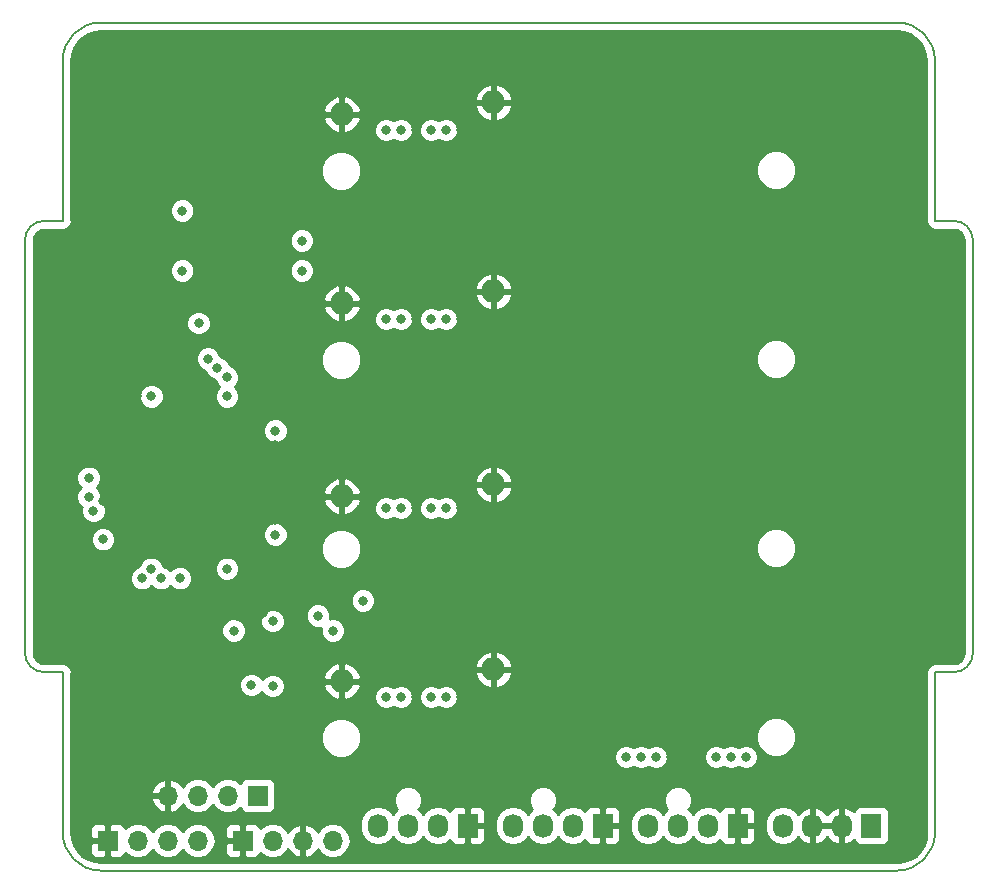
<source format=gbr>
%TF.GenerationSoftware,KiCad,Pcbnew,5.0.2-bee76a0~70~ubuntu18.10.1*%
%TF.CreationDate,2019-01-30T12:14:30-07:00*%
%TF.ProjectId,thelio-io,7468656c-696f-42d6-996f-2e6b69636164,rev?*%
%TF.SameCoordinates,Original*%
%TF.FileFunction,Copper,L2,Inr*%
%TF.FilePolarity,Positive*%
%FSLAX46Y46*%
G04 Gerber Fmt 4.6, Leading zero omitted, Abs format (unit mm)*
G04 Created by KiCad (PCBNEW 5.0.2-bee76a0~70~ubuntu18.10.1) date Wed Jan 30 12:14:30 2019*
%MOMM*%
%LPD*%
G01*
G04 APERTURE LIST*
%TA.AperFunction,NonConductor*%
%ADD10C,0.200000*%
%TD*%
%TA.AperFunction,NonConductor*%
%ADD11C,0.150000*%
%TD*%
%TA.AperFunction,ViaPad*%
%ADD12O,1.730000X2.030000*%
%TD*%
%TA.AperFunction,ViaPad*%
%ADD13R,1.730000X2.030000*%
%TD*%
%TA.AperFunction,ViaPad*%
%ADD14O,1.700000X1.700000*%
%TD*%
%TA.AperFunction,ViaPad*%
%ADD15R,1.700000X1.700000*%
%TD*%
%TA.AperFunction,ViaPad*%
%ADD16O,2.000000X2.000000*%
%TD*%
%TA.AperFunction,ViaPad*%
%ADD17C,0.800000*%
%TD*%
%TA.AperFunction,Conductor*%
%ADD18C,0.254000*%
%TD*%
G04 APERTURE END LIST*
D10*
X77050000Y-53400000D02*
G75*
G02X75450000Y-55000000I-1600000J0D01*
G01*
X73850000Y-55000000D02*
X75450000Y-55000000D01*
X73850000Y-16800000D02*
X75450000Y-16800000D01*
X75450000Y-16800000D02*
G75*
G02X77050000Y-18400000I0J-1600000D01*
G01*
X77050000Y-18400000D02*
X77050000Y-53400000D01*
X-3200000Y-18400000D02*
G75*
G02X-1600000Y-16800000I1600000J0D01*
G01*
X-3200000Y-53400000D02*
X-3200000Y-18400000D01*
X-1600000Y-55000000D02*
G75*
G02X-3200000Y-53400000I0J1600000D01*
G01*
X0Y-55000000D02*
X-1600000Y-55000000D01*
X0Y-16800000D02*
X-1600000Y-16800000D01*
X0Y-55000000D02*
X0Y-68600000D01*
X0Y-16800000D02*
X0Y-3200000D01*
X73850000Y-55000000D02*
X73850000Y-68600000D01*
X73850000Y-16800000D02*
X73850000Y-3200000D01*
D11*
X73850000Y-68600000D02*
G75*
G02X70650000Y-71800000I-3200000J0D01*
G01*
D10*
X3200000Y-71800000D02*
G75*
G02X0Y-68600000I0J3200000D01*
G01*
X70650000Y-71800000D02*
X3200000Y-71800000D01*
X0Y-3200000D02*
G75*
G02X3200000Y0I3200000J0D01*
G01*
X70650000Y0D02*
G75*
G02X73850000Y-3200000I0J-3200000D01*
G01*
X3200000Y0D02*
X70650000Y0D01*
D12*
%TO.N,+5V*%
%TO.C,POWER0*%
X60960000Y-67990000D03*
%TO.N,GND*%
X63460000Y-67990000D03*
X65960000Y-67990000D03*
D13*
%TO.N,+12V*%
X68460000Y-67990000D03*
%TD*%
D14*
%TO.N,GND*%
%TO.C,USB0*%
X8890000Y-65450000D03*
%TO.N,Net-(R0-Pad1)*%
X11430000Y-65450000D03*
%TO.N,Net-(R1-Pad1)*%
X13970000Y-65450000D03*
D15*
%TO.N,VCC*%
X16510000Y-65450000D03*
%TD*%
D16*
%TO.N,GND*%
%TO.C,DATA1*%
X23640000Y-23760000D03*
X36470000Y-22760000D03*
%TD*%
%TO.N,GND*%
%TO.C,DATA0*%
X23640000Y-7760000D03*
X36470000Y-6760000D03*
%TD*%
%TO.N,GND*%
%TO.C,DATA3*%
X36470000Y-54760000D03*
X23640000Y-55760000D03*
%TD*%
%TO.N,GND*%
%TO.C,DATA2*%
X23640000Y-40110000D03*
X36470000Y-39110000D03*
%TD*%
D12*
%TO.N,Net-(CPUMUX0-Pad5)*%
%TO.C,CPUOUT0*%
X38100000Y-67990000D03*
%TO.N,ADC4*%
X40640000Y-67990000D03*
%TO.N,+12V*%
X43180000Y-67990000D03*
D13*
%TO.N,GND*%
X45720000Y-67990000D03*
%TD*%
D14*
%TO.N,ADC0*%
%TO.C,PMB0*%
X11430000Y-69260000D03*
%TO.N,Net-(PMB0-Pad3)*%
X8890000Y-69260000D03*
%TO.N,PB4*%
X6350000Y-69260000D03*
D15*
%TO.N,GND*%
X3810000Y-69260000D03*
%TD*%
D12*
%TO.N,Net-(CPUIN0-Pad4)*%
%TO.C,CPUIN0*%
X26670000Y-67990000D03*
%TO.N,ADC4*%
X29210000Y-67990000D03*
%TO.N,Net-(CPUIN0-Pad2)*%
X31750000Y-67990000D03*
D13*
%TO.N,GND*%
X34290000Y-67990000D03*
%TD*%
D12*
%TO.N,OC1B*%
%TO.C,INTAKE0*%
X49530000Y-67990000D03*
%TO.N,ADC5*%
X52070000Y-67990000D03*
%TO.N,+12V*%
X54610000Y-67990000D03*
D13*
%TO.N,GND*%
X57150000Y-67990000D03*
%TD*%
D14*
%TO.N,Net-(PFP0-Pad4)*%
%TO.C,PFP0*%
X22860000Y-69260000D03*
%TO.N,GND*%
X20320000Y-69260000D03*
%TO.N,ADC1*%
X17780000Y-69260000D03*
D15*
%TO.N,GND*%
X15240000Y-69260000D03*
%TD*%
D17*
%TO.N,Net-(AVR0-Pad17)*%
X2200000Y-38550000D03*
%TO.N,Net-(AVR0-Pad16)*%
X2200000Y-40150000D03*
%TO.N,Net-(CPUIN0-Pad4)*%
X17775000Y-56180000D03*
%TO.N,Net-(DATA2-Pad6)*%
X27370000Y-41110000D03*
%TO.N,Net-(DATA2-Pad5)*%
X28640000Y-41110000D03*
%TO.N,Net-(DATA2-Pad3)*%
X31180000Y-41110000D03*
%TO.N,Net-(DATA2-Pad2)*%
X32450000Y-41110000D03*
%TO.N,Net-(DATA3-Pad6)*%
X27370000Y-57110000D03*
%TO.N,Net-(DATA3-Pad5)*%
X28640000Y-57110000D03*
%TO.N,Net-(DATA3-Pad3)*%
X31180000Y-57110000D03*
%TO.N,Net-(DATA3-Pad2)*%
X32450000Y-57110000D03*
%TO.N,Net-(DATA0-Pad6)*%
X27370000Y-9110000D03*
%TO.N,Net-(DATA0-Pad5)*%
X28640000Y-9110000D03*
%TO.N,Net-(DATA0-Pad3)*%
X31180000Y-9110000D03*
%TO.N,Net-(DATA0-Pad2)*%
X32450000Y-9110000D03*
%TO.N,Net-(DATA1-Pad6)*%
X27370000Y-25110000D03*
%TO.N,Net-(DATA1-Pad5)*%
X28640000Y-25110000D03*
%TO.N,Net-(DATA1-Pad3)*%
X31180000Y-25110000D03*
%TO.N,Net-(DATA1-Pad2)*%
X32450000Y-25110000D03*
%TO.N,OC1B*%
X25400000Y-48940000D03*
X13900000Y-30050000D03*
%TO.N,OC1A*%
X15975000Y-56079994D03*
X13100000Y-29250000D03*
%TO.N,Net-(CPUMUX0-Pad5)*%
X22860000Y-51480000D03*
X14475000Y-51480000D03*
%TO.N,VCC*%
X18000000Y-43350000D03*
X7507115Y-31657115D03*
X17775000Y-50680000D03*
X13900000Y-46250000D03*
X9900000Y-47050000D03*
X18000000Y-34550000D03*
X20245000Y-21000000D03*
X2600000Y-41350000D03*
%TO.N,GND*%
X26100000Y-41110000D03*
X29910000Y-41110000D03*
X33720000Y-41110000D03*
X26100000Y-57110000D03*
X29910000Y-57110000D03*
X33720000Y-57110000D03*
X26100000Y-9110000D03*
X29910000Y-9110000D03*
X33720000Y-9110000D03*
X26100000Y-25110000D03*
X29910000Y-25110000D03*
X33720000Y-25110000D03*
X18000000Y-42150000D03*
X18000000Y-35750000D03*
X6300000Y-31650000D03*
X16975000Y-49980000D03*
X3400000Y-40550000D03*
X14475000Y-56080000D03*
X11500000Y-46250000D03*
X5200000Y-25450000D03*
X20245000Y-15920000D03*
X43880000Y-9110000D03*
X45150000Y-9110000D03*
X46420000Y-9110000D03*
X54040000Y-62190000D03*
X52770000Y-62190000D03*
X51500000Y-62190000D03*
X10700000Y-51450000D03*
X1000000Y-42925000D03*
X1000000Y-35775000D03*
%TO.N,MISO*%
X6700000Y-47050000D03*
X10115012Y-21000000D03*
%TO.N,MOSI*%
X7499984Y-46250000D03*
X20245000Y-18460000D03*
%TO.N,SCLK*%
X8300000Y-47050000D03*
X11500000Y-25450000D03*
%TO.N,OC4A*%
X21590000Y-50210000D03*
X13899976Y-31650000D03*
%TO.N,PB4*%
X12300000Y-28450000D03*
%TO.N,RST*%
X3400000Y-43750022D03*
X10115000Y-15920000D03*
%TO.N,+12V*%
X57850000Y-62190000D03*
X56580000Y-62190000D03*
X55310000Y-62190000D03*
%TO.N,+5V*%
X48960000Y-62190000D03*
X50230000Y-62190000D03*
X47690000Y-62190000D03*
%TD*%
D18*
%TO.N,GND*%
G36*
X71195092Y-800751D02*
X71713100Y-981140D01*
X72178266Y-1271808D01*
X72567474Y-1658308D01*
X72861386Y-2121438D01*
X73045383Y-2638164D01*
X73115001Y-3221993D01*
X73115000Y-16727612D01*
X73100601Y-16800000D01*
X73157646Y-17086783D01*
X73267161Y-17250683D01*
X73320095Y-17329905D01*
X73563217Y-17492354D01*
X73850000Y-17549399D01*
X73922388Y-17535000D01*
X75392153Y-17535000D01*
X75714468Y-17586050D01*
X75953051Y-17707614D01*
X76142387Y-17896951D01*
X76263950Y-18135532D01*
X76315000Y-18457847D01*
X76315001Y-53342147D01*
X76263950Y-53664468D01*
X76142387Y-53903049D01*
X75953051Y-54092386D01*
X75714468Y-54213950D01*
X75392153Y-54265000D01*
X73922388Y-54265000D01*
X73850000Y-54250601D01*
X73777612Y-54265000D01*
X73563217Y-54307646D01*
X73320095Y-54470095D01*
X73157646Y-54713217D01*
X73100601Y-55000000D01*
X73115000Y-55072388D01*
X73115001Y-68672388D01*
X73122947Y-68712336D01*
X73073780Y-69150669D01*
X72891548Y-69673969D01*
X72597909Y-70143890D01*
X72207451Y-70537083D01*
X71739593Y-70833995D01*
X71217576Y-71019877D01*
X70766155Y-71073706D01*
X70722388Y-71065000D01*
X3241089Y-71065000D01*
X2654908Y-70999249D01*
X2136899Y-70818859D01*
X1671734Y-70528192D01*
X1282524Y-70141689D01*
X988614Y-69678562D01*
X941322Y-69545750D01*
X2325000Y-69545750D01*
X2325000Y-70236309D01*
X2421673Y-70469698D01*
X2600301Y-70648327D01*
X2833690Y-70745000D01*
X3524250Y-70745000D01*
X3683000Y-70586250D01*
X3683000Y-69387000D01*
X2483750Y-69387000D01*
X2325000Y-69545750D01*
X941322Y-69545750D01*
X804617Y-69161837D01*
X735000Y-68578016D01*
X735000Y-68283691D01*
X2325000Y-68283691D01*
X2325000Y-68974250D01*
X2483750Y-69133000D01*
X3683000Y-69133000D01*
X3683000Y-67933750D01*
X3937000Y-67933750D01*
X3937000Y-69133000D01*
X3957000Y-69133000D01*
X3957000Y-69387000D01*
X3937000Y-69387000D01*
X3937000Y-70586250D01*
X4095750Y-70745000D01*
X4786310Y-70745000D01*
X5019699Y-70648327D01*
X5198327Y-70469698D01*
X5264904Y-70308967D01*
X5279375Y-70330625D01*
X5770582Y-70658839D01*
X6203744Y-70745000D01*
X6496256Y-70745000D01*
X6929418Y-70658839D01*
X7420625Y-70330625D01*
X7620000Y-70032239D01*
X7819375Y-70330625D01*
X8310582Y-70658839D01*
X8743744Y-70745000D01*
X9036256Y-70745000D01*
X9469418Y-70658839D01*
X9960625Y-70330625D01*
X10160000Y-70032239D01*
X10359375Y-70330625D01*
X10850582Y-70658839D01*
X11283744Y-70745000D01*
X11576256Y-70745000D01*
X12009418Y-70658839D01*
X12500625Y-70330625D01*
X12828839Y-69839418D01*
X12887252Y-69545750D01*
X13755000Y-69545750D01*
X13755000Y-70236309D01*
X13851673Y-70469698D01*
X14030301Y-70648327D01*
X14263690Y-70745000D01*
X14954250Y-70745000D01*
X15113000Y-70586250D01*
X15113000Y-69387000D01*
X13913750Y-69387000D01*
X13755000Y-69545750D01*
X12887252Y-69545750D01*
X12944092Y-69260000D01*
X12828839Y-68680582D01*
X12563645Y-68283691D01*
X13755000Y-68283691D01*
X13755000Y-68974250D01*
X13913750Y-69133000D01*
X15113000Y-69133000D01*
X15113000Y-67933750D01*
X15367000Y-67933750D01*
X15367000Y-69133000D01*
X15387000Y-69133000D01*
X15387000Y-69387000D01*
X15367000Y-69387000D01*
X15367000Y-70586250D01*
X15525750Y-70745000D01*
X16216310Y-70745000D01*
X16449699Y-70648327D01*
X16628327Y-70469698D01*
X16694904Y-70308967D01*
X16709375Y-70330625D01*
X17200582Y-70658839D01*
X17633744Y-70745000D01*
X17926256Y-70745000D01*
X18359418Y-70658839D01*
X18850625Y-70330625D01*
X19063843Y-70011522D01*
X19124817Y-70141358D01*
X19553076Y-70531645D01*
X19963110Y-70701476D01*
X20193000Y-70580155D01*
X20193000Y-69387000D01*
X20173000Y-69387000D01*
X20173000Y-69133000D01*
X20193000Y-69133000D01*
X20193000Y-67939845D01*
X20447000Y-67939845D01*
X20447000Y-69133000D01*
X20467000Y-69133000D01*
X20467000Y-69387000D01*
X20447000Y-69387000D01*
X20447000Y-70580155D01*
X20676890Y-70701476D01*
X21086924Y-70531645D01*
X21515183Y-70141358D01*
X21576157Y-70011522D01*
X21789375Y-70330625D01*
X22280582Y-70658839D01*
X22713744Y-70745000D01*
X23006256Y-70745000D01*
X23439418Y-70658839D01*
X23930625Y-70330625D01*
X24258839Y-69839418D01*
X24374092Y-69260000D01*
X24258839Y-68680582D01*
X23930625Y-68189375D01*
X23439418Y-67861161D01*
X23006256Y-67775000D01*
X22713744Y-67775000D01*
X22280582Y-67861161D01*
X21789375Y-68189375D01*
X21576157Y-68508478D01*
X21515183Y-68378642D01*
X21086924Y-67988355D01*
X20676890Y-67818524D01*
X20447000Y-67939845D01*
X20193000Y-67939845D01*
X19963110Y-67818524D01*
X19553076Y-67988355D01*
X19124817Y-68378642D01*
X19063843Y-68508478D01*
X18850625Y-68189375D01*
X18359418Y-67861161D01*
X17926256Y-67775000D01*
X17633744Y-67775000D01*
X17200582Y-67861161D01*
X16709375Y-68189375D01*
X16694904Y-68211033D01*
X16628327Y-68050302D01*
X16449699Y-67871673D01*
X16216310Y-67775000D01*
X15525750Y-67775000D01*
X15367000Y-67933750D01*
X15113000Y-67933750D01*
X14954250Y-67775000D01*
X14263690Y-67775000D01*
X14030301Y-67871673D01*
X13851673Y-68050302D01*
X13755000Y-68283691D01*
X12563645Y-68283691D01*
X12500625Y-68189375D01*
X12009418Y-67861161D01*
X11576256Y-67775000D01*
X11283744Y-67775000D01*
X10850582Y-67861161D01*
X10359375Y-68189375D01*
X10160000Y-68487761D01*
X9960625Y-68189375D01*
X9469418Y-67861161D01*
X9036256Y-67775000D01*
X8743744Y-67775000D01*
X8310582Y-67861161D01*
X7819375Y-68189375D01*
X7620000Y-68487761D01*
X7420625Y-68189375D01*
X6929418Y-67861161D01*
X6496256Y-67775000D01*
X6203744Y-67775000D01*
X5770582Y-67861161D01*
X5279375Y-68189375D01*
X5264904Y-68211033D01*
X5198327Y-68050302D01*
X5019699Y-67871673D01*
X4786310Y-67775000D01*
X4095750Y-67775000D01*
X3937000Y-67933750D01*
X3683000Y-67933750D01*
X3524250Y-67775000D01*
X2833690Y-67775000D01*
X2600301Y-67871673D01*
X2421673Y-68050302D01*
X2325000Y-68283691D01*
X735000Y-68283691D01*
X735000Y-67692268D01*
X25170000Y-67692268D01*
X25170000Y-68287733D01*
X25257032Y-68725271D01*
X25588561Y-69221439D01*
X26084730Y-69552968D01*
X26670000Y-69669386D01*
X27255271Y-69552968D01*
X27751439Y-69221439D01*
X27940000Y-68939237D01*
X28128561Y-69221439D01*
X28624730Y-69552968D01*
X29210000Y-69669386D01*
X29795271Y-69552968D01*
X30291439Y-69221439D01*
X30480000Y-68939237D01*
X30668561Y-69221439D01*
X31164730Y-69552968D01*
X31750000Y-69669386D01*
X32335271Y-69552968D01*
X32828223Y-69223588D01*
X32886673Y-69364698D01*
X33065301Y-69543327D01*
X33298690Y-69640000D01*
X34004250Y-69640000D01*
X34163000Y-69481250D01*
X34163000Y-68117000D01*
X34417000Y-68117000D01*
X34417000Y-69481250D01*
X34575750Y-69640000D01*
X35281310Y-69640000D01*
X35514699Y-69543327D01*
X35693327Y-69364698D01*
X35790000Y-69131309D01*
X35790000Y-68275750D01*
X35631250Y-68117000D01*
X34417000Y-68117000D01*
X34163000Y-68117000D01*
X34143000Y-68117000D01*
X34143000Y-67863000D01*
X34163000Y-67863000D01*
X34163000Y-66498750D01*
X34417000Y-66498750D01*
X34417000Y-67863000D01*
X35631250Y-67863000D01*
X35790000Y-67704250D01*
X35790000Y-67692268D01*
X36600000Y-67692268D01*
X36600000Y-68287733D01*
X36687032Y-68725271D01*
X37018561Y-69221439D01*
X37514730Y-69552968D01*
X38100000Y-69669386D01*
X38685271Y-69552968D01*
X39181439Y-69221439D01*
X39370000Y-68939237D01*
X39558561Y-69221439D01*
X40054730Y-69552968D01*
X40640000Y-69669386D01*
X41225271Y-69552968D01*
X41721439Y-69221439D01*
X41910000Y-68939237D01*
X42098561Y-69221439D01*
X42594730Y-69552968D01*
X43180000Y-69669386D01*
X43765271Y-69552968D01*
X44258223Y-69223588D01*
X44316673Y-69364698D01*
X44495301Y-69543327D01*
X44728690Y-69640000D01*
X45434250Y-69640000D01*
X45593000Y-69481250D01*
X45593000Y-68117000D01*
X45847000Y-68117000D01*
X45847000Y-69481250D01*
X46005750Y-69640000D01*
X46711310Y-69640000D01*
X46944699Y-69543327D01*
X47123327Y-69364698D01*
X47220000Y-69131309D01*
X47220000Y-68275750D01*
X47061250Y-68117000D01*
X45847000Y-68117000D01*
X45593000Y-68117000D01*
X45573000Y-68117000D01*
X45573000Y-67863000D01*
X45593000Y-67863000D01*
X45593000Y-66498750D01*
X45847000Y-66498750D01*
X45847000Y-67863000D01*
X47061250Y-67863000D01*
X47220000Y-67704250D01*
X47220000Y-67692268D01*
X48030000Y-67692268D01*
X48030000Y-68287733D01*
X48117032Y-68725271D01*
X48448561Y-69221439D01*
X48944730Y-69552968D01*
X49530000Y-69669386D01*
X50115271Y-69552968D01*
X50611439Y-69221439D01*
X50800000Y-68939237D01*
X50988561Y-69221439D01*
X51484730Y-69552968D01*
X52070000Y-69669386D01*
X52655271Y-69552968D01*
X53151439Y-69221439D01*
X53340000Y-68939237D01*
X53528561Y-69221439D01*
X54024730Y-69552968D01*
X54610000Y-69669386D01*
X55195271Y-69552968D01*
X55688223Y-69223588D01*
X55746673Y-69364698D01*
X55925301Y-69543327D01*
X56158690Y-69640000D01*
X56864250Y-69640000D01*
X57023000Y-69481250D01*
X57023000Y-68117000D01*
X57277000Y-68117000D01*
X57277000Y-69481250D01*
X57435750Y-69640000D01*
X58141310Y-69640000D01*
X58374699Y-69543327D01*
X58553327Y-69364698D01*
X58650000Y-69131309D01*
X58650000Y-68275750D01*
X58491250Y-68117000D01*
X57277000Y-68117000D01*
X57023000Y-68117000D01*
X57003000Y-68117000D01*
X57003000Y-67863000D01*
X57023000Y-67863000D01*
X57023000Y-66498750D01*
X57277000Y-66498750D01*
X57277000Y-67863000D01*
X58491250Y-67863000D01*
X58650000Y-67704250D01*
X58650000Y-67692268D01*
X59460000Y-67692268D01*
X59460000Y-68287733D01*
X59547032Y-68725271D01*
X59878561Y-69221439D01*
X60374730Y-69552968D01*
X60960000Y-69669386D01*
X61545271Y-69552968D01*
X62041439Y-69221439D01*
X62216846Y-68958923D01*
X62559143Y-69340793D01*
X63087240Y-69594131D01*
X63100754Y-69596346D01*
X63333000Y-69475224D01*
X63333000Y-68117000D01*
X63587000Y-68117000D01*
X63587000Y-69475224D01*
X63819246Y-69596346D01*
X63832760Y-69594131D01*
X64360857Y-69340793D01*
X64710000Y-68951285D01*
X65059143Y-69340793D01*
X65587240Y-69594131D01*
X65600754Y-69596346D01*
X65833000Y-69475224D01*
X65833000Y-68117000D01*
X63587000Y-68117000D01*
X63333000Y-68117000D01*
X63313000Y-68117000D01*
X63313000Y-67863000D01*
X63333000Y-67863000D01*
X63333000Y-66504776D01*
X63587000Y-66504776D01*
X63587000Y-67863000D01*
X65833000Y-67863000D01*
X65833000Y-66504776D01*
X66087000Y-66504776D01*
X66087000Y-67863000D01*
X66107000Y-67863000D01*
X66107000Y-68117000D01*
X66087000Y-68117000D01*
X66087000Y-69475224D01*
X66319246Y-69596346D01*
X66332760Y-69594131D01*
X66860857Y-69340793D01*
X66986477Y-69200650D01*
X66996843Y-69252765D01*
X67137191Y-69462809D01*
X67347235Y-69603157D01*
X67595000Y-69652440D01*
X69325000Y-69652440D01*
X69572765Y-69603157D01*
X69782809Y-69462809D01*
X69923157Y-69252765D01*
X69972440Y-69005000D01*
X69972440Y-66975000D01*
X69923157Y-66727235D01*
X69782809Y-66517191D01*
X69572765Y-66376843D01*
X69325000Y-66327560D01*
X67595000Y-66327560D01*
X67347235Y-66376843D01*
X67137191Y-66517191D01*
X66996843Y-66727235D01*
X66986477Y-66779350D01*
X66860857Y-66639207D01*
X66332760Y-66385869D01*
X66319246Y-66383654D01*
X66087000Y-66504776D01*
X65833000Y-66504776D01*
X65600754Y-66383654D01*
X65587240Y-66385869D01*
X65059143Y-66639207D01*
X64710000Y-67028715D01*
X64360857Y-66639207D01*
X63832760Y-66385869D01*
X63819246Y-66383654D01*
X63587000Y-66504776D01*
X63333000Y-66504776D01*
X63100754Y-66383654D01*
X63087240Y-66385869D01*
X62559143Y-66639207D01*
X62216846Y-67021077D01*
X62041439Y-66758561D01*
X61545270Y-66427032D01*
X60960000Y-66310614D01*
X60374729Y-66427032D01*
X59878561Y-66758561D01*
X59547032Y-67254730D01*
X59460000Y-67692268D01*
X58650000Y-67692268D01*
X58650000Y-66848691D01*
X58553327Y-66615302D01*
X58374699Y-66436673D01*
X58141310Y-66340000D01*
X57435750Y-66340000D01*
X57277000Y-66498750D01*
X57023000Y-66498750D01*
X56864250Y-66340000D01*
X56158690Y-66340000D01*
X55925301Y-66436673D01*
X55746673Y-66615302D01*
X55688223Y-66756412D01*
X55195270Y-66427032D01*
X54610000Y-66310614D01*
X54024729Y-66427032D01*
X53528561Y-66758561D01*
X53340000Y-67040763D01*
X53151439Y-66758561D01*
X52951127Y-66624717D01*
X53074595Y-66501249D01*
X53255000Y-66065711D01*
X53255000Y-65594289D01*
X53074595Y-65158751D01*
X52741249Y-64825405D01*
X52305711Y-64645000D01*
X51834289Y-64645000D01*
X51398751Y-64825405D01*
X51065405Y-65158751D01*
X50885000Y-65594289D01*
X50885000Y-66065711D01*
X51065405Y-66501249D01*
X51188873Y-66624717D01*
X50988561Y-66758561D01*
X50800000Y-67040763D01*
X50611439Y-66758561D01*
X50115270Y-66427032D01*
X49530000Y-66310614D01*
X48944729Y-66427032D01*
X48448561Y-66758561D01*
X48117032Y-67254730D01*
X48030000Y-67692268D01*
X47220000Y-67692268D01*
X47220000Y-66848691D01*
X47123327Y-66615302D01*
X46944699Y-66436673D01*
X46711310Y-66340000D01*
X46005750Y-66340000D01*
X45847000Y-66498750D01*
X45593000Y-66498750D01*
X45434250Y-66340000D01*
X44728690Y-66340000D01*
X44495301Y-66436673D01*
X44316673Y-66615302D01*
X44258223Y-66756412D01*
X43765270Y-66427032D01*
X43180000Y-66310614D01*
X42594729Y-66427032D01*
X42098561Y-66758561D01*
X41910000Y-67040763D01*
X41721439Y-66758561D01*
X41521127Y-66624717D01*
X41644595Y-66501249D01*
X41825000Y-66065711D01*
X41825000Y-65594289D01*
X41644595Y-65158751D01*
X41311249Y-64825405D01*
X40875711Y-64645000D01*
X40404289Y-64645000D01*
X39968751Y-64825405D01*
X39635405Y-65158751D01*
X39455000Y-65594289D01*
X39455000Y-66065711D01*
X39635405Y-66501249D01*
X39758873Y-66624717D01*
X39558561Y-66758561D01*
X39370000Y-67040763D01*
X39181439Y-66758561D01*
X38685270Y-66427032D01*
X38100000Y-66310614D01*
X37514729Y-66427032D01*
X37018561Y-66758561D01*
X36687032Y-67254730D01*
X36600000Y-67692268D01*
X35790000Y-67692268D01*
X35790000Y-66848691D01*
X35693327Y-66615302D01*
X35514699Y-66436673D01*
X35281310Y-66340000D01*
X34575750Y-66340000D01*
X34417000Y-66498750D01*
X34163000Y-66498750D01*
X34004250Y-66340000D01*
X33298690Y-66340000D01*
X33065301Y-66436673D01*
X32886673Y-66615302D01*
X32828223Y-66756412D01*
X32335270Y-66427032D01*
X31750000Y-66310614D01*
X31164729Y-66427032D01*
X30668561Y-66758561D01*
X30480000Y-67040763D01*
X30291439Y-66758561D01*
X30091127Y-66624717D01*
X30214595Y-66501249D01*
X30395000Y-66065711D01*
X30395000Y-65594289D01*
X30214595Y-65158751D01*
X29881249Y-64825405D01*
X29445711Y-64645000D01*
X28974289Y-64645000D01*
X28538751Y-64825405D01*
X28205405Y-65158751D01*
X28025000Y-65594289D01*
X28025000Y-66065711D01*
X28205405Y-66501249D01*
X28328873Y-66624717D01*
X28128561Y-66758561D01*
X27940000Y-67040763D01*
X27751439Y-66758561D01*
X27255270Y-66427032D01*
X26670000Y-66310614D01*
X26084729Y-66427032D01*
X25588561Y-66758561D01*
X25257032Y-67254730D01*
X25170000Y-67692268D01*
X735000Y-67692268D01*
X735000Y-65806892D01*
X7448514Y-65806892D01*
X7694817Y-66331358D01*
X8123076Y-66721645D01*
X8533110Y-66891476D01*
X8763000Y-66770155D01*
X8763000Y-65577000D01*
X7569181Y-65577000D01*
X7448514Y-65806892D01*
X735000Y-65806892D01*
X735000Y-65093108D01*
X7448514Y-65093108D01*
X7569181Y-65323000D01*
X8763000Y-65323000D01*
X8763000Y-64129845D01*
X9017000Y-64129845D01*
X9017000Y-65323000D01*
X9037000Y-65323000D01*
X9037000Y-65577000D01*
X9017000Y-65577000D01*
X9017000Y-66770155D01*
X9246890Y-66891476D01*
X9656924Y-66721645D01*
X10085183Y-66331358D01*
X10146157Y-66201522D01*
X10359375Y-66520625D01*
X10850582Y-66848839D01*
X11283744Y-66935000D01*
X11576256Y-66935000D01*
X12009418Y-66848839D01*
X12500625Y-66520625D01*
X12700000Y-66222239D01*
X12899375Y-66520625D01*
X13390582Y-66848839D01*
X13823744Y-66935000D01*
X14116256Y-66935000D01*
X14549418Y-66848839D01*
X15040625Y-66520625D01*
X15052816Y-66502381D01*
X15061843Y-66547765D01*
X15202191Y-66757809D01*
X15412235Y-66898157D01*
X15660000Y-66947440D01*
X17360000Y-66947440D01*
X17607765Y-66898157D01*
X17817809Y-66757809D01*
X17958157Y-66547765D01*
X18007440Y-66300000D01*
X18007440Y-64600000D01*
X17958157Y-64352235D01*
X17817809Y-64142191D01*
X17607765Y-64001843D01*
X17360000Y-63952560D01*
X15660000Y-63952560D01*
X15412235Y-64001843D01*
X15202191Y-64142191D01*
X15061843Y-64352235D01*
X15052816Y-64397619D01*
X15040625Y-64379375D01*
X14549418Y-64051161D01*
X14116256Y-63965000D01*
X13823744Y-63965000D01*
X13390582Y-64051161D01*
X12899375Y-64379375D01*
X12700000Y-64677761D01*
X12500625Y-64379375D01*
X12009418Y-64051161D01*
X11576256Y-63965000D01*
X11283744Y-63965000D01*
X10850582Y-64051161D01*
X10359375Y-64379375D01*
X10146157Y-64698478D01*
X10085183Y-64568642D01*
X9656924Y-64178355D01*
X9246890Y-64008524D01*
X9017000Y-64129845D01*
X8763000Y-64129845D01*
X8533110Y-64008524D01*
X8123076Y-64178355D01*
X7694817Y-64568642D01*
X7448514Y-65093108D01*
X735000Y-65093108D01*
X735000Y-60214833D01*
X21890000Y-60214833D01*
X21890000Y-60885167D01*
X22146526Y-61504476D01*
X22620524Y-61978474D01*
X23239833Y-62235000D01*
X23910167Y-62235000D01*
X24515830Y-61984126D01*
X46655000Y-61984126D01*
X46655000Y-62395874D01*
X46812569Y-62776280D01*
X47103720Y-63067431D01*
X47484126Y-63225000D01*
X47895874Y-63225000D01*
X48276280Y-63067431D01*
X48325000Y-63018711D01*
X48373720Y-63067431D01*
X48754126Y-63225000D01*
X49165874Y-63225000D01*
X49546280Y-63067431D01*
X49595000Y-63018711D01*
X49643720Y-63067431D01*
X50024126Y-63225000D01*
X50435874Y-63225000D01*
X50816280Y-63067431D01*
X51107431Y-62776280D01*
X51265000Y-62395874D01*
X51265000Y-61984126D01*
X54275000Y-61984126D01*
X54275000Y-62395874D01*
X54432569Y-62776280D01*
X54723720Y-63067431D01*
X55104126Y-63225000D01*
X55515874Y-63225000D01*
X55896280Y-63067431D01*
X55945000Y-63018711D01*
X55993720Y-63067431D01*
X56374126Y-63225000D01*
X56785874Y-63225000D01*
X57166280Y-63067431D01*
X57215000Y-63018711D01*
X57263720Y-63067431D01*
X57644126Y-63225000D01*
X58055874Y-63225000D01*
X58436280Y-63067431D01*
X58727431Y-62776280D01*
X58885000Y-62395874D01*
X58885000Y-61984126D01*
X58727431Y-61603720D01*
X58436280Y-61312569D01*
X58055874Y-61155000D01*
X57644126Y-61155000D01*
X57263720Y-61312569D01*
X57215000Y-61361289D01*
X57166280Y-61312569D01*
X56785874Y-61155000D01*
X56374126Y-61155000D01*
X55993720Y-61312569D01*
X55945000Y-61361289D01*
X55896280Y-61312569D01*
X55515874Y-61155000D01*
X55104126Y-61155000D01*
X54723720Y-61312569D01*
X54432569Y-61603720D01*
X54275000Y-61984126D01*
X51265000Y-61984126D01*
X51107431Y-61603720D01*
X50816280Y-61312569D01*
X50435874Y-61155000D01*
X50024126Y-61155000D01*
X49643720Y-61312569D01*
X49595000Y-61361289D01*
X49546280Y-61312569D01*
X49165874Y-61155000D01*
X48754126Y-61155000D01*
X48373720Y-61312569D01*
X48325000Y-61361289D01*
X48276280Y-61312569D01*
X47895874Y-61155000D01*
X47484126Y-61155000D01*
X47103720Y-61312569D01*
X46812569Y-61603720D01*
X46655000Y-61984126D01*
X24515830Y-61984126D01*
X24529476Y-61978474D01*
X25003474Y-61504476D01*
X25260000Y-60885167D01*
X25260000Y-60214833D01*
X25239290Y-60164833D01*
X58690000Y-60164833D01*
X58690000Y-60835167D01*
X58946526Y-61454476D01*
X59420524Y-61928474D01*
X60039833Y-62185000D01*
X60710167Y-62185000D01*
X61329476Y-61928474D01*
X61803474Y-61454476D01*
X62060000Y-60835167D01*
X62060000Y-60164833D01*
X61803474Y-59545524D01*
X61329476Y-59071526D01*
X60710167Y-58815000D01*
X60039833Y-58815000D01*
X59420524Y-59071526D01*
X58946526Y-59545524D01*
X58690000Y-60164833D01*
X25239290Y-60164833D01*
X25003474Y-59595524D01*
X24529476Y-59121526D01*
X23910167Y-58865000D01*
X23239833Y-58865000D01*
X22620524Y-59121526D01*
X22146526Y-59595524D01*
X21890000Y-60214833D01*
X735000Y-60214833D01*
X735000Y-55874120D01*
X14940000Y-55874120D01*
X14940000Y-56285868D01*
X15097569Y-56666274D01*
X15388720Y-56957425D01*
X15769126Y-57114994D01*
X16180874Y-57114994D01*
X16561280Y-56957425D01*
X16852431Y-56666274D01*
X16854288Y-56661791D01*
X16897569Y-56766280D01*
X17188720Y-57057431D01*
X17569126Y-57215000D01*
X17980874Y-57215000D01*
X18361280Y-57057431D01*
X18652431Y-56766280D01*
X18810000Y-56385874D01*
X18810000Y-56140434D01*
X22049876Y-56140434D01*
X22246598Y-56615385D01*
X22680006Y-57083505D01*
X23259565Y-57350133D01*
X23513000Y-57231319D01*
X23513000Y-55887000D01*
X23767000Y-55887000D01*
X23767000Y-57231319D01*
X24020435Y-57350133D01*
X24599994Y-57083505D01*
X24766071Y-56904126D01*
X26335000Y-56904126D01*
X26335000Y-57315874D01*
X26492569Y-57696280D01*
X26783720Y-57987431D01*
X27164126Y-58145000D01*
X27575874Y-58145000D01*
X27956280Y-57987431D01*
X28005000Y-57938711D01*
X28053720Y-57987431D01*
X28434126Y-58145000D01*
X28845874Y-58145000D01*
X29226280Y-57987431D01*
X29517431Y-57696280D01*
X29675000Y-57315874D01*
X29675000Y-56904126D01*
X30145000Y-56904126D01*
X30145000Y-57315874D01*
X30302569Y-57696280D01*
X30593720Y-57987431D01*
X30974126Y-58145000D01*
X31385874Y-58145000D01*
X31766280Y-57987431D01*
X31815000Y-57938711D01*
X31863720Y-57987431D01*
X32244126Y-58145000D01*
X32655874Y-58145000D01*
X33036280Y-57987431D01*
X33327431Y-57696280D01*
X33485000Y-57315874D01*
X33485000Y-56904126D01*
X33327431Y-56523720D01*
X33036280Y-56232569D01*
X32655874Y-56075000D01*
X32244126Y-56075000D01*
X31863720Y-56232569D01*
X31815000Y-56281289D01*
X31766280Y-56232569D01*
X31385874Y-56075000D01*
X30974126Y-56075000D01*
X30593720Y-56232569D01*
X30302569Y-56523720D01*
X30145000Y-56904126D01*
X29675000Y-56904126D01*
X29517431Y-56523720D01*
X29226280Y-56232569D01*
X28845874Y-56075000D01*
X28434126Y-56075000D01*
X28053720Y-56232569D01*
X28005000Y-56281289D01*
X27956280Y-56232569D01*
X27575874Y-56075000D01*
X27164126Y-56075000D01*
X26783720Y-56232569D01*
X26492569Y-56523720D01*
X26335000Y-56904126D01*
X24766071Y-56904126D01*
X25033402Y-56615385D01*
X25230124Y-56140434D01*
X25110777Y-55887000D01*
X23767000Y-55887000D01*
X23513000Y-55887000D01*
X22169223Y-55887000D01*
X22049876Y-56140434D01*
X18810000Y-56140434D01*
X18810000Y-55974126D01*
X18652431Y-55593720D01*
X18438277Y-55379566D01*
X22049876Y-55379566D01*
X22169223Y-55633000D01*
X23513000Y-55633000D01*
X23513000Y-54288681D01*
X23767000Y-54288681D01*
X23767000Y-55633000D01*
X25110777Y-55633000D01*
X25230124Y-55379566D01*
X25131077Y-55140434D01*
X34879876Y-55140434D01*
X35076598Y-55615385D01*
X35510006Y-56083505D01*
X36089565Y-56350133D01*
X36343000Y-56231319D01*
X36343000Y-54887000D01*
X36597000Y-54887000D01*
X36597000Y-56231319D01*
X36850435Y-56350133D01*
X37429994Y-56083505D01*
X37863402Y-55615385D01*
X38060124Y-55140434D01*
X37940777Y-54887000D01*
X36597000Y-54887000D01*
X36343000Y-54887000D01*
X34999223Y-54887000D01*
X34879876Y-55140434D01*
X25131077Y-55140434D01*
X25033402Y-54904615D01*
X24599994Y-54436495D01*
X24476250Y-54379566D01*
X34879876Y-54379566D01*
X34999223Y-54633000D01*
X36343000Y-54633000D01*
X36343000Y-53288681D01*
X36597000Y-53288681D01*
X36597000Y-54633000D01*
X37940777Y-54633000D01*
X38060124Y-54379566D01*
X37863402Y-53904615D01*
X37429994Y-53436495D01*
X36850435Y-53169867D01*
X36597000Y-53288681D01*
X36343000Y-53288681D01*
X36089565Y-53169867D01*
X35510006Y-53436495D01*
X35076598Y-53904615D01*
X34879876Y-54379566D01*
X24476250Y-54379566D01*
X24020435Y-54169867D01*
X23767000Y-54288681D01*
X23513000Y-54288681D01*
X23259565Y-54169867D01*
X22680006Y-54436495D01*
X22246598Y-54904615D01*
X22049876Y-55379566D01*
X18438277Y-55379566D01*
X18361280Y-55302569D01*
X17980874Y-55145000D01*
X17569126Y-55145000D01*
X17188720Y-55302569D01*
X16897569Y-55593720D01*
X16895712Y-55598203D01*
X16852431Y-55493714D01*
X16561280Y-55202563D01*
X16180874Y-55044994D01*
X15769126Y-55044994D01*
X15388720Y-55202563D01*
X15097569Y-55493714D01*
X14940000Y-55874120D01*
X735000Y-55874120D01*
X735000Y-55072388D01*
X749399Y-55000000D01*
X692354Y-54713217D01*
X529905Y-54470095D01*
X286783Y-54307646D01*
X72388Y-54265000D01*
X0Y-54250601D01*
X-72388Y-54265000D01*
X-1542153Y-54265000D01*
X-1864468Y-54213950D01*
X-2103049Y-54092387D01*
X-2292386Y-53903051D01*
X-2413950Y-53664468D01*
X-2465000Y-53342153D01*
X-2465000Y-51274126D01*
X13440000Y-51274126D01*
X13440000Y-51685874D01*
X13597569Y-52066280D01*
X13888720Y-52357431D01*
X14269126Y-52515000D01*
X14680874Y-52515000D01*
X15061280Y-52357431D01*
X15352431Y-52066280D01*
X15510000Y-51685874D01*
X15510000Y-51274126D01*
X15352431Y-50893720D01*
X15061280Y-50602569D01*
X14751191Y-50474126D01*
X16740000Y-50474126D01*
X16740000Y-50885874D01*
X16897569Y-51266280D01*
X17188720Y-51557431D01*
X17569126Y-51715000D01*
X17980874Y-51715000D01*
X18361280Y-51557431D01*
X18652431Y-51266280D01*
X18810000Y-50885874D01*
X18810000Y-50474126D01*
X18652431Y-50093720D01*
X18562837Y-50004126D01*
X20555000Y-50004126D01*
X20555000Y-50415874D01*
X20712569Y-50796280D01*
X21003720Y-51087431D01*
X21384126Y-51245000D01*
X21795874Y-51245000D01*
X21845595Y-51224405D01*
X21825000Y-51274126D01*
X21825000Y-51685874D01*
X21982569Y-52066280D01*
X22273720Y-52357431D01*
X22654126Y-52515000D01*
X23065874Y-52515000D01*
X23446280Y-52357431D01*
X23737431Y-52066280D01*
X23895000Y-51685874D01*
X23895000Y-51274126D01*
X23737431Y-50893720D01*
X23446280Y-50602569D01*
X23065874Y-50445000D01*
X22654126Y-50445000D01*
X22604405Y-50465595D01*
X22625000Y-50415874D01*
X22625000Y-50004126D01*
X22467431Y-49623720D01*
X22176280Y-49332569D01*
X21795874Y-49175000D01*
X21384126Y-49175000D01*
X21003720Y-49332569D01*
X20712569Y-49623720D01*
X20555000Y-50004126D01*
X18562837Y-50004126D01*
X18361280Y-49802569D01*
X17980874Y-49645000D01*
X17569126Y-49645000D01*
X17188720Y-49802569D01*
X16897569Y-50093720D01*
X16740000Y-50474126D01*
X14751191Y-50474126D01*
X14680874Y-50445000D01*
X14269126Y-50445000D01*
X13888720Y-50602569D01*
X13597569Y-50893720D01*
X13440000Y-51274126D01*
X-2465000Y-51274126D01*
X-2465000Y-48734126D01*
X24365000Y-48734126D01*
X24365000Y-49145874D01*
X24522569Y-49526280D01*
X24813720Y-49817431D01*
X25194126Y-49975000D01*
X25605874Y-49975000D01*
X25986280Y-49817431D01*
X26277431Y-49526280D01*
X26435000Y-49145874D01*
X26435000Y-48734126D01*
X26277431Y-48353720D01*
X25986280Y-48062569D01*
X25605874Y-47905000D01*
X25194126Y-47905000D01*
X24813720Y-48062569D01*
X24522569Y-48353720D01*
X24365000Y-48734126D01*
X-2465000Y-48734126D01*
X-2465000Y-46844126D01*
X5665000Y-46844126D01*
X5665000Y-47255874D01*
X5822569Y-47636280D01*
X6113720Y-47927431D01*
X6494126Y-48085000D01*
X6905874Y-48085000D01*
X7286280Y-47927431D01*
X7500000Y-47713711D01*
X7713720Y-47927431D01*
X8094126Y-48085000D01*
X8505874Y-48085000D01*
X8886280Y-47927431D01*
X9100000Y-47713711D01*
X9313720Y-47927431D01*
X9694126Y-48085000D01*
X10105874Y-48085000D01*
X10486280Y-47927431D01*
X10777431Y-47636280D01*
X10935000Y-47255874D01*
X10935000Y-46844126D01*
X10777431Y-46463720D01*
X10486280Y-46172569D01*
X10176191Y-46044126D01*
X12865000Y-46044126D01*
X12865000Y-46455874D01*
X13022569Y-46836280D01*
X13313720Y-47127431D01*
X13694126Y-47285000D01*
X14105874Y-47285000D01*
X14486280Y-47127431D01*
X14777431Y-46836280D01*
X14935000Y-46455874D01*
X14935000Y-46044126D01*
X14777431Y-45663720D01*
X14486280Y-45372569D01*
X14105874Y-45215000D01*
X13694126Y-45215000D01*
X13313720Y-45372569D01*
X13022569Y-45663720D01*
X12865000Y-46044126D01*
X10176191Y-46044126D01*
X10105874Y-46015000D01*
X9694126Y-46015000D01*
X9313720Y-46172569D01*
X9100000Y-46386289D01*
X8886280Y-46172569D01*
X8526450Y-46023523D01*
X8377415Y-45663720D01*
X8086264Y-45372569D01*
X7705858Y-45215000D01*
X7294110Y-45215000D01*
X6913704Y-45372569D01*
X6622553Y-45663720D01*
X6473511Y-46023539D01*
X6113720Y-46172569D01*
X5822569Y-46463720D01*
X5665000Y-46844126D01*
X-2465000Y-46844126D01*
X-2465000Y-43544148D01*
X2365000Y-43544148D01*
X2365000Y-43955896D01*
X2522569Y-44336302D01*
X2813720Y-44627453D01*
X3194126Y-44785022D01*
X3605874Y-44785022D01*
X3986280Y-44627453D01*
X4277431Y-44336302D01*
X4435000Y-43955896D01*
X4435000Y-43544148D01*
X4277431Y-43163742D01*
X4257815Y-43144126D01*
X16965000Y-43144126D01*
X16965000Y-43555874D01*
X17122569Y-43936280D01*
X17413720Y-44227431D01*
X17794126Y-44385000D01*
X18205874Y-44385000D01*
X18586280Y-44227431D01*
X18598878Y-44214833D01*
X21890000Y-44214833D01*
X21890000Y-44885167D01*
X22146526Y-45504476D01*
X22620524Y-45978474D01*
X23239833Y-46235000D01*
X23910167Y-46235000D01*
X24529476Y-45978474D01*
X25003474Y-45504476D01*
X25260000Y-44885167D01*
X25260000Y-44214833D01*
X25239290Y-44164833D01*
X58690000Y-44164833D01*
X58690000Y-44835167D01*
X58946526Y-45454476D01*
X59420524Y-45928474D01*
X60039833Y-46185000D01*
X60710167Y-46185000D01*
X61329476Y-45928474D01*
X61803474Y-45454476D01*
X62060000Y-44835167D01*
X62060000Y-44164833D01*
X61803474Y-43545524D01*
X61329476Y-43071526D01*
X60710167Y-42815000D01*
X60039833Y-42815000D01*
X59420524Y-43071526D01*
X58946526Y-43545524D01*
X58690000Y-44164833D01*
X25239290Y-44164833D01*
X25003474Y-43595524D01*
X24529476Y-43121526D01*
X23910167Y-42865000D01*
X23239833Y-42865000D01*
X22620524Y-43121526D01*
X22146526Y-43595524D01*
X21890000Y-44214833D01*
X18598878Y-44214833D01*
X18877431Y-43936280D01*
X19035000Y-43555874D01*
X19035000Y-43144126D01*
X18877431Y-42763720D01*
X18586280Y-42472569D01*
X18205874Y-42315000D01*
X17794126Y-42315000D01*
X17413720Y-42472569D01*
X17122569Y-42763720D01*
X16965000Y-43144126D01*
X4257815Y-43144126D01*
X3986280Y-42872591D01*
X3605874Y-42715022D01*
X3194126Y-42715022D01*
X2813720Y-42872591D01*
X2522569Y-43163742D01*
X2365000Y-43544148D01*
X-2465000Y-43544148D01*
X-2465000Y-38344126D01*
X1165000Y-38344126D01*
X1165000Y-38755874D01*
X1322569Y-39136280D01*
X1536289Y-39350000D01*
X1322569Y-39563720D01*
X1165000Y-39944126D01*
X1165000Y-40355874D01*
X1322569Y-40736280D01*
X1613449Y-41027160D01*
X1565000Y-41144126D01*
X1565000Y-41555874D01*
X1722569Y-41936280D01*
X2013720Y-42227431D01*
X2394126Y-42385000D01*
X2805874Y-42385000D01*
X3186280Y-42227431D01*
X3477431Y-41936280D01*
X3635000Y-41555874D01*
X3635000Y-41144126D01*
X3477431Y-40763720D01*
X3204145Y-40490434D01*
X22049876Y-40490434D01*
X22246598Y-40965385D01*
X22680006Y-41433505D01*
X23259565Y-41700133D01*
X23513000Y-41581319D01*
X23513000Y-40237000D01*
X23767000Y-40237000D01*
X23767000Y-41581319D01*
X24020435Y-41700133D01*
X24599994Y-41433505D01*
X25033402Y-40965385D01*
X25058775Y-40904126D01*
X26335000Y-40904126D01*
X26335000Y-41315874D01*
X26492569Y-41696280D01*
X26783720Y-41987431D01*
X27164126Y-42145000D01*
X27575874Y-42145000D01*
X27956280Y-41987431D01*
X28005000Y-41938711D01*
X28053720Y-41987431D01*
X28434126Y-42145000D01*
X28845874Y-42145000D01*
X29226280Y-41987431D01*
X29517431Y-41696280D01*
X29675000Y-41315874D01*
X29675000Y-40904126D01*
X30145000Y-40904126D01*
X30145000Y-41315874D01*
X30302569Y-41696280D01*
X30593720Y-41987431D01*
X30974126Y-42145000D01*
X31385874Y-42145000D01*
X31766280Y-41987431D01*
X31815000Y-41938711D01*
X31863720Y-41987431D01*
X32244126Y-42145000D01*
X32655874Y-42145000D01*
X33036280Y-41987431D01*
X33327431Y-41696280D01*
X33485000Y-41315874D01*
X33485000Y-40904126D01*
X33327431Y-40523720D01*
X33036280Y-40232569D01*
X32655874Y-40075000D01*
X32244126Y-40075000D01*
X31863720Y-40232569D01*
X31815000Y-40281289D01*
X31766280Y-40232569D01*
X31385874Y-40075000D01*
X30974126Y-40075000D01*
X30593720Y-40232569D01*
X30302569Y-40523720D01*
X30145000Y-40904126D01*
X29675000Y-40904126D01*
X29517431Y-40523720D01*
X29226280Y-40232569D01*
X28845874Y-40075000D01*
X28434126Y-40075000D01*
X28053720Y-40232569D01*
X28005000Y-40281289D01*
X27956280Y-40232569D01*
X27575874Y-40075000D01*
X27164126Y-40075000D01*
X26783720Y-40232569D01*
X26492569Y-40523720D01*
X26335000Y-40904126D01*
X25058775Y-40904126D01*
X25230124Y-40490434D01*
X25110777Y-40237000D01*
X23767000Y-40237000D01*
X23513000Y-40237000D01*
X22169223Y-40237000D01*
X22049876Y-40490434D01*
X3204145Y-40490434D01*
X3186551Y-40472840D01*
X3235000Y-40355874D01*
X3235000Y-39944126D01*
X3146127Y-39729566D01*
X22049876Y-39729566D01*
X22169223Y-39983000D01*
X23513000Y-39983000D01*
X23513000Y-38638681D01*
X23767000Y-38638681D01*
X23767000Y-39983000D01*
X25110777Y-39983000D01*
X25230124Y-39729566D01*
X25131077Y-39490434D01*
X34879876Y-39490434D01*
X35076598Y-39965385D01*
X35510006Y-40433505D01*
X36089565Y-40700133D01*
X36343000Y-40581319D01*
X36343000Y-39237000D01*
X36597000Y-39237000D01*
X36597000Y-40581319D01*
X36850435Y-40700133D01*
X37429994Y-40433505D01*
X37863402Y-39965385D01*
X38060124Y-39490434D01*
X37940777Y-39237000D01*
X36597000Y-39237000D01*
X36343000Y-39237000D01*
X34999223Y-39237000D01*
X34879876Y-39490434D01*
X25131077Y-39490434D01*
X25033402Y-39254615D01*
X24599994Y-38786495D01*
X24476250Y-38729566D01*
X34879876Y-38729566D01*
X34999223Y-38983000D01*
X36343000Y-38983000D01*
X36343000Y-37638681D01*
X36597000Y-37638681D01*
X36597000Y-38983000D01*
X37940777Y-38983000D01*
X38060124Y-38729566D01*
X37863402Y-38254615D01*
X37429994Y-37786495D01*
X36850435Y-37519867D01*
X36597000Y-37638681D01*
X36343000Y-37638681D01*
X36089565Y-37519867D01*
X35510006Y-37786495D01*
X35076598Y-38254615D01*
X34879876Y-38729566D01*
X24476250Y-38729566D01*
X24020435Y-38519867D01*
X23767000Y-38638681D01*
X23513000Y-38638681D01*
X23259565Y-38519867D01*
X22680006Y-38786495D01*
X22246598Y-39254615D01*
X22049876Y-39729566D01*
X3146127Y-39729566D01*
X3077431Y-39563720D01*
X2863711Y-39350000D01*
X3077431Y-39136280D01*
X3235000Y-38755874D01*
X3235000Y-38344126D01*
X3077431Y-37963720D01*
X2786280Y-37672569D01*
X2405874Y-37515000D01*
X1994126Y-37515000D01*
X1613720Y-37672569D01*
X1322569Y-37963720D01*
X1165000Y-38344126D01*
X-2465000Y-38344126D01*
X-2465000Y-34344126D01*
X16965000Y-34344126D01*
X16965000Y-34755874D01*
X17122569Y-35136280D01*
X17413720Y-35427431D01*
X17794126Y-35585000D01*
X18205874Y-35585000D01*
X18586280Y-35427431D01*
X18877431Y-35136280D01*
X19035000Y-34755874D01*
X19035000Y-34344126D01*
X18877431Y-33963720D01*
X18586280Y-33672569D01*
X18205874Y-33515000D01*
X17794126Y-33515000D01*
X17413720Y-33672569D01*
X17122569Y-33963720D01*
X16965000Y-34344126D01*
X-2465000Y-34344126D01*
X-2465000Y-31451241D01*
X6472115Y-31451241D01*
X6472115Y-31862989D01*
X6629684Y-32243395D01*
X6920835Y-32534546D01*
X7301241Y-32692115D01*
X7712989Y-32692115D01*
X8093395Y-32534546D01*
X8384546Y-32243395D01*
X8542115Y-31862989D01*
X8542115Y-31451241D01*
X8384546Y-31070835D01*
X8093395Y-30779684D01*
X7712989Y-30622115D01*
X7301241Y-30622115D01*
X6920835Y-30779684D01*
X6629684Y-31070835D01*
X6472115Y-31451241D01*
X-2465000Y-31451241D01*
X-2465000Y-28244126D01*
X11265000Y-28244126D01*
X11265000Y-28655874D01*
X11422569Y-29036280D01*
X11713720Y-29327431D01*
X12073531Y-29476469D01*
X12222569Y-29836280D01*
X12513720Y-30127431D01*
X12873531Y-30276469D01*
X13022569Y-30636280D01*
X13236277Y-30849988D01*
X13022545Y-31063720D01*
X12864976Y-31444126D01*
X12864976Y-31855874D01*
X13022545Y-32236280D01*
X13313696Y-32527431D01*
X13694102Y-32685000D01*
X14105850Y-32685000D01*
X14486256Y-32527431D01*
X14777407Y-32236280D01*
X14934976Y-31855874D01*
X14934976Y-31444126D01*
X14777407Y-31063720D01*
X14563699Y-30850012D01*
X14777431Y-30636280D01*
X14935000Y-30255874D01*
X14935000Y-29844126D01*
X14777431Y-29463720D01*
X14486280Y-29172569D01*
X14126469Y-29023531D01*
X13977431Y-28663720D01*
X13686280Y-28372569D01*
X13326469Y-28223531D01*
X13322867Y-28214833D01*
X21890000Y-28214833D01*
X21890000Y-28885167D01*
X22146526Y-29504476D01*
X22620524Y-29978474D01*
X23239833Y-30235000D01*
X23910167Y-30235000D01*
X24529476Y-29978474D01*
X25003474Y-29504476D01*
X25260000Y-28885167D01*
X25260000Y-28214833D01*
X25239290Y-28164833D01*
X58690000Y-28164833D01*
X58690000Y-28835167D01*
X58946526Y-29454476D01*
X59420524Y-29928474D01*
X60039833Y-30185000D01*
X60710167Y-30185000D01*
X61329476Y-29928474D01*
X61803474Y-29454476D01*
X62060000Y-28835167D01*
X62060000Y-28164833D01*
X61803474Y-27545524D01*
X61329476Y-27071526D01*
X60710167Y-26815000D01*
X60039833Y-26815000D01*
X59420524Y-27071526D01*
X58946526Y-27545524D01*
X58690000Y-28164833D01*
X25239290Y-28164833D01*
X25003474Y-27595524D01*
X24529476Y-27121526D01*
X23910167Y-26865000D01*
X23239833Y-26865000D01*
X22620524Y-27121526D01*
X22146526Y-27595524D01*
X21890000Y-28214833D01*
X13322867Y-28214833D01*
X13177431Y-27863720D01*
X12886280Y-27572569D01*
X12505874Y-27415000D01*
X12094126Y-27415000D01*
X11713720Y-27572569D01*
X11422569Y-27863720D01*
X11265000Y-28244126D01*
X-2465000Y-28244126D01*
X-2465000Y-25244126D01*
X10465000Y-25244126D01*
X10465000Y-25655874D01*
X10622569Y-26036280D01*
X10913720Y-26327431D01*
X11294126Y-26485000D01*
X11705874Y-26485000D01*
X12086280Y-26327431D01*
X12377431Y-26036280D01*
X12535000Y-25655874D01*
X12535000Y-25244126D01*
X12377431Y-24863720D01*
X12086280Y-24572569D01*
X11705874Y-24415000D01*
X11294126Y-24415000D01*
X10913720Y-24572569D01*
X10622569Y-24863720D01*
X10465000Y-25244126D01*
X-2465000Y-25244126D01*
X-2465000Y-24140434D01*
X22049876Y-24140434D01*
X22246598Y-24615385D01*
X22680006Y-25083505D01*
X23259565Y-25350133D01*
X23513000Y-25231319D01*
X23513000Y-23887000D01*
X23767000Y-23887000D01*
X23767000Y-25231319D01*
X24020435Y-25350133D01*
X24599994Y-25083505D01*
X24766071Y-24904126D01*
X26335000Y-24904126D01*
X26335000Y-25315874D01*
X26492569Y-25696280D01*
X26783720Y-25987431D01*
X27164126Y-26145000D01*
X27575874Y-26145000D01*
X27956280Y-25987431D01*
X28005000Y-25938711D01*
X28053720Y-25987431D01*
X28434126Y-26145000D01*
X28845874Y-26145000D01*
X29226280Y-25987431D01*
X29517431Y-25696280D01*
X29675000Y-25315874D01*
X29675000Y-24904126D01*
X30145000Y-24904126D01*
X30145000Y-25315874D01*
X30302569Y-25696280D01*
X30593720Y-25987431D01*
X30974126Y-26145000D01*
X31385874Y-26145000D01*
X31766280Y-25987431D01*
X31815000Y-25938711D01*
X31863720Y-25987431D01*
X32244126Y-26145000D01*
X32655874Y-26145000D01*
X33036280Y-25987431D01*
X33327431Y-25696280D01*
X33485000Y-25315874D01*
X33485000Y-24904126D01*
X33327431Y-24523720D01*
X33036280Y-24232569D01*
X32655874Y-24075000D01*
X32244126Y-24075000D01*
X31863720Y-24232569D01*
X31815000Y-24281289D01*
X31766280Y-24232569D01*
X31385874Y-24075000D01*
X30974126Y-24075000D01*
X30593720Y-24232569D01*
X30302569Y-24523720D01*
X30145000Y-24904126D01*
X29675000Y-24904126D01*
X29517431Y-24523720D01*
X29226280Y-24232569D01*
X28845874Y-24075000D01*
X28434126Y-24075000D01*
X28053720Y-24232569D01*
X28005000Y-24281289D01*
X27956280Y-24232569D01*
X27575874Y-24075000D01*
X27164126Y-24075000D01*
X26783720Y-24232569D01*
X26492569Y-24523720D01*
X26335000Y-24904126D01*
X24766071Y-24904126D01*
X25033402Y-24615385D01*
X25230124Y-24140434D01*
X25110777Y-23887000D01*
X23767000Y-23887000D01*
X23513000Y-23887000D01*
X22169223Y-23887000D01*
X22049876Y-24140434D01*
X-2465000Y-24140434D01*
X-2465000Y-23379566D01*
X22049876Y-23379566D01*
X22169223Y-23633000D01*
X23513000Y-23633000D01*
X23513000Y-22288681D01*
X23767000Y-22288681D01*
X23767000Y-23633000D01*
X25110777Y-23633000D01*
X25230124Y-23379566D01*
X25131077Y-23140434D01*
X34879876Y-23140434D01*
X35076598Y-23615385D01*
X35510006Y-24083505D01*
X36089565Y-24350133D01*
X36343000Y-24231319D01*
X36343000Y-22887000D01*
X36597000Y-22887000D01*
X36597000Y-24231319D01*
X36850435Y-24350133D01*
X37429994Y-24083505D01*
X37863402Y-23615385D01*
X38060124Y-23140434D01*
X37940777Y-22887000D01*
X36597000Y-22887000D01*
X36343000Y-22887000D01*
X34999223Y-22887000D01*
X34879876Y-23140434D01*
X25131077Y-23140434D01*
X25033402Y-22904615D01*
X24599994Y-22436495D01*
X24476250Y-22379566D01*
X34879876Y-22379566D01*
X34999223Y-22633000D01*
X36343000Y-22633000D01*
X36343000Y-21288681D01*
X36597000Y-21288681D01*
X36597000Y-22633000D01*
X37940777Y-22633000D01*
X38060124Y-22379566D01*
X37863402Y-21904615D01*
X37429994Y-21436495D01*
X36850435Y-21169867D01*
X36597000Y-21288681D01*
X36343000Y-21288681D01*
X36089565Y-21169867D01*
X35510006Y-21436495D01*
X35076598Y-21904615D01*
X34879876Y-22379566D01*
X24476250Y-22379566D01*
X24020435Y-22169867D01*
X23767000Y-22288681D01*
X23513000Y-22288681D01*
X23259565Y-22169867D01*
X22680006Y-22436495D01*
X22246598Y-22904615D01*
X22049876Y-23379566D01*
X-2465000Y-23379566D01*
X-2465000Y-20794126D01*
X9080012Y-20794126D01*
X9080012Y-21205874D01*
X9237581Y-21586280D01*
X9528732Y-21877431D01*
X9909138Y-22035000D01*
X10320886Y-22035000D01*
X10701292Y-21877431D01*
X10992443Y-21586280D01*
X11150012Y-21205874D01*
X11150012Y-20794126D01*
X19210000Y-20794126D01*
X19210000Y-21205874D01*
X19367569Y-21586280D01*
X19658720Y-21877431D01*
X20039126Y-22035000D01*
X20450874Y-22035000D01*
X20831280Y-21877431D01*
X21122431Y-21586280D01*
X21280000Y-21205874D01*
X21280000Y-20794126D01*
X21122431Y-20413720D01*
X20831280Y-20122569D01*
X20450874Y-19965000D01*
X20039126Y-19965000D01*
X19658720Y-20122569D01*
X19367569Y-20413720D01*
X19210000Y-20794126D01*
X11150012Y-20794126D01*
X10992443Y-20413720D01*
X10701292Y-20122569D01*
X10320886Y-19965000D01*
X9909138Y-19965000D01*
X9528732Y-20122569D01*
X9237581Y-20413720D01*
X9080012Y-20794126D01*
X-2465000Y-20794126D01*
X-2465000Y-18457847D01*
X-2432734Y-18254126D01*
X19210000Y-18254126D01*
X19210000Y-18665874D01*
X19367569Y-19046280D01*
X19658720Y-19337431D01*
X20039126Y-19495000D01*
X20450874Y-19495000D01*
X20831280Y-19337431D01*
X21122431Y-19046280D01*
X21280000Y-18665874D01*
X21280000Y-18254126D01*
X21122431Y-17873720D01*
X20831280Y-17582569D01*
X20450874Y-17425000D01*
X20039126Y-17425000D01*
X19658720Y-17582569D01*
X19367569Y-17873720D01*
X19210000Y-18254126D01*
X-2432734Y-18254126D01*
X-2413950Y-18135532D01*
X-2292386Y-17896949D01*
X-2103049Y-17707613D01*
X-1864468Y-17586050D01*
X-1542153Y-17535000D01*
X-72388Y-17535000D01*
X0Y-17549399D01*
X72388Y-17535000D01*
X286783Y-17492354D01*
X529905Y-17329905D01*
X692354Y-17086783D01*
X749399Y-16800000D01*
X735000Y-16727612D01*
X735000Y-15714126D01*
X9080000Y-15714126D01*
X9080000Y-16125874D01*
X9237569Y-16506280D01*
X9528720Y-16797431D01*
X9909126Y-16955000D01*
X10320874Y-16955000D01*
X10701280Y-16797431D01*
X10992431Y-16506280D01*
X11150000Y-16125874D01*
X11150000Y-15714126D01*
X10992431Y-15333720D01*
X10701280Y-15042569D01*
X10320874Y-14885000D01*
X9909126Y-14885000D01*
X9528720Y-15042569D01*
X9237569Y-15333720D01*
X9080000Y-15714126D01*
X735000Y-15714126D01*
X735000Y-12214833D01*
X21890000Y-12214833D01*
X21890000Y-12885167D01*
X22146526Y-13504476D01*
X22620524Y-13978474D01*
X23239833Y-14235000D01*
X23910167Y-14235000D01*
X24529476Y-13978474D01*
X25003474Y-13504476D01*
X25260000Y-12885167D01*
X25260000Y-12214833D01*
X25239290Y-12164833D01*
X58690000Y-12164833D01*
X58690000Y-12835167D01*
X58946526Y-13454476D01*
X59420524Y-13928474D01*
X60039833Y-14185000D01*
X60710167Y-14185000D01*
X61329476Y-13928474D01*
X61803474Y-13454476D01*
X62060000Y-12835167D01*
X62060000Y-12164833D01*
X61803474Y-11545524D01*
X61329476Y-11071526D01*
X60710167Y-10815000D01*
X60039833Y-10815000D01*
X59420524Y-11071526D01*
X58946526Y-11545524D01*
X58690000Y-12164833D01*
X25239290Y-12164833D01*
X25003474Y-11595524D01*
X24529476Y-11121526D01*
X23910167Y-10865000D01*
X23239833Y-10865000D01*
X22620524Y-11121526D01*
X22146526Y-11595524D01*
X21890000Y-12214833D01*
X735000Y-12214833D01*
X735000Y-8140434D01*
X22049876Y-8140434D01*
X22246598Y-8615385D01*
X22680006Y-9083505D01*
X23259565Y-9350133D01*
X23513000Y-9231319D01*
X23513000Y-7887000D01*
X23767000Y-7887000D01*
X23767000Y-9231319D01*
X24020435Y-9350133D01*
X24599994Y-9083505D01*
X24766071Y-8904126D01*
X26335000Y-8904126D01*
X26335000Y-9315874D01*
X26492569Y-9696280D01*
X26783720Y-9987431D01*
X27164126Y-10145000D01*
X27575874Y-10145000D01*
X27956280Y-9987431D01*
X28005000Y-9938711D01*
X28053720Y-9987431D01*
X28434126Y-10145000D01*
X28845874Y-10145000D01*
X29226280Y-9987431D01*
X29517431Y-9696280D01*
X29675000Y-9315874D01*
X29675000Y-8904126D01*
X30145000Y-8904126D01*
X30145000Y-9315874D01*
X30302569Y-9696280D01*
X30593720Y-9987431D01*
X30974126Y-10145000D01*
X31385874Y-10145000D01*
X31766280Y-9987431D01*
X31815000Y-9938711D01*
X31863720Y-9987431D01*
X32244126Y-10145000D01*
X32655874Y-10145000D01*
X33036280Y-9987431D01*
X33327431Y-9696280D01*
X33485000Y-9315874D01*
X33485000Y-8904126D01*
X33327431Y-8523720D01*
X33036280Y-8232569D01*
X32655874Y-8075000D01*
X32244126Y-8075000D01*
X31863720Y-8232569D01*
X31815000Y-8281289D01*
X31766280Y-8232569D01*
X31385874Y-8075000D01*
X30974126Y-8075000D01*
X30593720Y-8232569D01*
X30302569Y-8523720D01*
X30145000Y-8904126D01*
X29675000Y-8904126D01*
X29517431Y-8523720D01*
X29226280Y-8232569D01*
X28845874Y-8075000D01*
X28434126Y-8075000D01*
X28053720Y-8232569D01*
X28005000Y-8281289D01*
X27956280Y-8232569D01*
X27575874Y-8075000D01*
X27164126Y-8075000D01*
X26783720Y-8232569D01*
X26492569Y-8523720D01*
X26335000Y-8904126D01*
X24766071Y-8904126D01*
X25033402Y-8615385D01*
X25230124Y-8140434D01*
X25110777Y-7887000D01*
X23767000Y-7887000D01*
X23513000Y-7887000D01*
X22169223Y-7887000D01*
X22049876Y-8140434D01*
X735000Y-8140434D01*
X735000Y-7379566D01*
X22049876Y-7379566D01*
X22169223Y-7633000D01*
X23513000Y-7633000D01*
X23513000Y-6288681D01*
X23767000Y-6288681D01*
X23767000Y-7633000D01*
X25110777Y-7633000D01*
X25230124Y-7379566D01*
X25131077Y-7140434D01*
X34879876Y-7140434D01*
X35076598Y-7615385D01*
X35510006Y-8083505D01*
X36089565Y-8350133D01*
X36343000Y-8231319D01*
X36343000Y-6887000D01*
X36597000Y-6887000D01*
X36597000Y-8231319D01*
X36850435Y-8350133D01*
X37429994Y-8083505D01*
X37863402Y-7615385D01*
X38060124Y-7140434D01*
X37940777Y-6887000D01*
X36597000Y-6887000D01*
X36343000Y-6887000D01*
X34999223Y-6887000D01*
X34879876Y-7140434D01*
X25131077Y-7140434D01*
X25033402Y-6904615D01*
X24599994Y-6436495D01*
X24476250Y-6379566D01*
X34879876Y-6379566D01*
X34999223Y-6633000D01*
X36343000Y-6633000D01*
X36343000Y-5288681D01*
X36597000Y-5288681D01*
X36597000Y-6633000D01*
X37940777Y-6633000D01*
X38060124Y-6379566D01*
X37863402Y-5904615D01*
X37429994Y-5436495D01*
X36850435Y-5169867D01*
X36597000Y-5288681D01*
X36343000Y-5288681D01*
X36089565Y-5169867D01*
X35510006Y-5436495D01*
X35076598Y-5904615D01*
X34879876Y-6379566D01*
X24476250Y-6379566D01*
X24020435Y-6169867D01*
X23767000Y-6288681D01*
X23513000Y-6288681D01*
X23259565Y-6169867D01*
X22680006Y-6436495D01*
X22246598Y-6904615D01*
X22049876Y-7379566D01*
X735000Y-7379566D01*
X735000Y-3241089D01*
X800751Y-2654908D01*
X981140Y-2136900D01*
X1271808Y-1671734D01*
X1658308Y-1282526D01*
X2121438Y-988614D01*
X2638164Y-804617D01*
X3221984Y-735000D01*
X70608911Y-735000D01*
X71195092Y-800751D01*
X71195092Y-800751D01*
G37*
X71195092Y-800751D02*
X71713100Y-981140D01*
X72178266Y-1271808D01*
X72567474Y-1658308D01*
X72861386Y-2121438D01*
X73045383Y-2638164D01*
X73115001Y-3221993D01*
X73115000Y-16727612D01*
X73100601Y-16800000D01*
X73157646Y-17086783D01*
X73267161Y-17250683D01*
X73320095Y-17329905D01*
X73563217Y-17492354D01*
X73850000Y-17549399D01*
X73922388Y-17535000D01*
X75392153Y-17535000D01*
X75714468Y-17586050D01*
X75953051Y-17707614D01*
X76142387Y-17896951D01*
X76263950Y-18135532D01*
X76315000Y-18457847D01*
X76315001Y-53342147D01*
X76263950Y-53664468D01*
X76142387Y-53903049D01*
X75953051Y-54092386D01*
X75714468Y-54213950D01*
X75392153Y-54265000D01*
X73922388Y-54265000D01*
X73850000Y-54250601D01*
X73777612Y-54265000D01*
X73563217Y-54307646D01*
X73320095Y-54470095D01*
X73157646Y-54713217D01*
X73100601Y-55000000D01*
X73115000Y-55072388D01*
X73115001Y-68672388D01*
X73122947Y-68712336D01*
X73073780Y-69150669D01*
X72891548Y-69673969D01*
X72597909Y-70143890D01*
X72207451Y-70537083D01*
X71739593Y-70833995D01*
X71217576Y-71019877D01*
X70766155Y-71073706D01*
X70722388Y-71065000D01*
X3241089Y-71065000D01*
X2654908Y-70999249D01*
X2136899Y-70818859D01*
X1671734Y-70528192D01*
X1282524Y-70141689D01*
X988614Y-69678562D01*
X941322Y-69545750D01*
X2325000Y-69545750D01*
X2325000Y-70236309D01*
X2421673Y-70469698D01*
X2600301Y-70648327D01*
X2833690Y-70745000D01*
X3524250Y-70745000D01*
X3683000Y-70586250D01*
X3683000Y-69387000D01*
X2483750Y-69387000D01*
X2325000Y-69545750D01*
X941322Y-69545750D01*
X804617Y-69161837D01*
X735000Y-68578016D01*
X735000Y-68283691D01*
X2325000Y-68283691D01*
X2325000Y-68974250D01*
X2483750Y-69133000D01*
X3683000Y-69133000D01*
X3683000Y-67933750D01*
X3937000Y-67933750D01*
X3937000Y-69133000D01*
X3957000Y-69133000D01*
X3957000Y-69387000D01*
X3937000Y-69387000D01*
X3937000Y-70586250D01*
X4095750Y-70745000D01*
X4786310Y-70745000D01*
X5019699Y-70648327D01*
X5198327Y-70469698D01*
X5264904Y-70308967D01*
X5279375Y-70330625D01*
X5770582Y-70658839D01*
X6203744Y-70745000D01*
X6496256Y-70745000D01*
X6929418Y-70658839D01*
X7420625Y-70330625D01*
X7620000Y-70032239D01*
X7819375Y-70330625D01*
X8310582Y-70658839D01*
X8743744Y-70745000D01*
X9036256Y-70745000D01*
X9469418Y-70658839D01*
X9960625Y-70330625D01*
X10160000Y-70032239D01*
X10359375Y-70330625D01*
X10850582Y-70658839D01*
X11283744Y-70745000D01*
X11576256Y-70745000D01*
X12009418Y-70658839D01*
X12500625Y-70330625D01*
X12828839Y-69839418D01*
X12887252Y-69545750D01*
X13755000Y-69545750D01*
X13755000Y-70236309D01*
X13851673Y-70469698D01*
X14030301Y-70648327D01*
X14263690Y-70745000D01*
X14954250Y-70745000D01*
X15113000Y-70586250D01*
X15113000Y-69387000D01*
X13913750Y-69387000D01*
X13755000Y-69545750D01*
X12887252Y-69545750D01*
X12944092Y-69260000D01*
X12828839Y-68680582D01*
X12563645Y-68283691D01*
X13755000Y-68283691D01*
X13755000Y-68974250D01*
X13913750Y-69133000D01*
X15113000Y-69133000D01*
X15113000Y-67933750D01*
X15367000Y-67933750D01*
X15367000Y-69133000D01*
X15387000Y-69133000D01*
X15387000Y-69387000D01*
X15367000Y-69387000D01*
X15367000Y-70586250D01*
X15525750Y-70745000D01*
X16216310Y-70745000D01*
X16449699Y-70648327D01*
X16628327Y-70469698D01*
X16694904Y-70308967D01*
X16709375Y-70330625D01*
X17200582Y-70658839D01*
X17633744Y-70745000D01*
X17926256Y-70745000D01*
X18359418Y-70658839D01*
X18850625Y-70330625D01*
X19063843Y-70011522D01*
X19124817Y-70141358D01*
X19553076Y-70531645D01*
X19963110Y-70701476D01*
X20193000Y-70580155D01*
X20193000Y-69387000D01*
X20173000Y-69387000D01*
X20173000Y-69133000D01*
X20193000Y-69133000D01*
X20193000Y-67939845D01*
X20447000Y-67939845D01*
X20447000Y-69133000D01*
X20467000Y-69133000D01*
X20467000Y-69387000D01*
X20447000Y-69387000D01*
X20447000Y-70580155D01*
X20676890Y-70701476D01*
X21086924Y-70531645D01*
X21515183Y-70141358D01*
X21576157Y-70011522D01*
X21789375Y-70330625D01*
X22280582Y-70658839D01*
X22713744Y-70745000D01*
X23006256Y-70745000D01*
X23439418Y-70658839D01*
X23930625Y-70330625D01*
X24258839Y-69839418D01*
X24374092Y-69260000D01*
X24258839Y-68680582D01*
X23930625Y-68189375D01*
X23439418Y-67861161D01*
X23006256Y-67775000D01*
X22713744Y-67775000D01*
X22280582Y-67861161D01*
X21789375Y-68189375D01*
X21576157Y-68508478D01*
X21515183Y-68378642D01*
X21086924Y-67988355D01*
X20676890Y-67818524D01*
X20447000Y-67939845D01*
X20193000Y-67939845D01*
X19963110Y-67818524D01*
X19553076Y-67988355D01*
X19124817Y-68378642D01*
X19063843Y-68508478D01*
X18850625Y-68189375D01*
X18359418Y-67861161D01*
X17926256Y-67775000D01*
X17633744Y-67775000D01*
X17200582Y-67861161D01*
X16709375Y-68189375D01*
X16694904Y-68211033D01*
X16628327Y-68050302D01*
X16449699Y-67871673D01*
X16216310Y-67775000D01*
X15525750Y-67775000D01*
X15367000Y-67933750D01*
X15113000Y-67933750D01*
X14954250Y-67775000D01*
X14263690Y-67775000D01*
X14030301Y-67871673D01*
X13851673Y-68050302D01*
X13755000Y-68283691D01*
X12563645Y-68283691D01*
X12500625Y-68189375D01*
X12009418Y-67861161D01*
X11576256Y-67775000D01*
X11283744Y-67775000D01*
X10850582Y-67861161D01*
X10359375Y-68189375D01*
X10160000Y-68487761D01*
X9960625Y-68189375D01*
X9469418Y-67861161D01*
X9036256Y-67775000D01*
X8743744Y-67775000D01*
X8310582Y-67861161D01*
X7819375Y-68189375D01*
X7620000Y-68487761D01*
X7420625Y-68189375D01*
X6929418Y-67861161D01*
X6496256Y-67775000D01*
X6203744Y-67775000D01*
X5770582Y-67861161D01*
X5279375Y-68189375D01*
X5264904Y-68211033D01*
X5198327Y-68050302D01*
X5019699Y-67871673D01*
X4786310Y-67775000D01*
X4095750Y-67775000D01*
X3937000Y-67933750D01*
X3683000Y-67933750D01*
X3524250Y-67775000D01*
X2833690Y-67775000D01*
X2600301Y-67871673D01*
X2421673Y-68050302D01*
X2325000Y-68283691D01*
X735000Y-68283691D01*
X735000Y-67692268D01*
X25170000Y-67692268D01*
X25170000Y-68287733D01*
X25257032Y-68725271D01*
X25588561Y-69221439D01*
X26084730Y-69552968D01*
X26670000Y-69669386D01*
X27255271Y-69552968D01*
X27751439Y-69221439D01*
X27940000Y-68939237D01*
X28128561Y-69221439D01*
X28624730Y-69552968D01*
X29210000Y-69669386D01*
X29795271Y-69552968D01*
X30291439Y-69221439D01*
X30480000Y-68939237D01*
X30668561Y-69221439D01*
X31164730Y-69552968D01*
X31750000Y-69669386D01*
X32335271Y-69552968D01*
X32828223Y-69223588D01*
X32886673Y-69364698D01*
X33065301Y-69543327D01*
X33298690Y-69640000D01*
X34004250Y-69640000D01*
X34163000Y-69481250D01*
X34163000Y-68117000D01*
X34417000Y-68117000D01*
X34417000Y-69481250D01*
X34575750Y-69640000D01*
X35281310Y-69640000D01*
X35514699Y-69543327D01*
X35693327Y-69364698D01*
X35790000Y-69131309D01*
X35790000Y-68275750D01*
X35631250Y-68117000D01*
X34417000Y-68117000D01*
X34163000Y-68117000D01*
X34143000Y-68117000D01*
X34143000Y-67863000D01*
X34163000Y-67863000D01*
X34163000Y-66498750D01*
X34417000Y-66498750D01*
X34417000Y-67863000D01*
X35631250Y-67863000D01*
X35790000Y-67704250D01*
X35790000Y-67692268D01*
X36600000Y-67692268D01*
X36600000Y-68287733D01*
X36687032Y-68725271D01*
X37018561Y-69221439D01*
X37514730Y-69552968D01*
X38100000Y-69669386D01*
X38685271Y-69552968D01*
X39181439Y-69221439D01*
X39370000Y-68939237D01*
X39558561Y-69221439D01*
X40054730Y-69552968D01*
X40640000Y-69669386D01*
X41225271Y-69552968D01*
X41721439Y-69221439D01*
X41910000Y-68939237D01*
X42098561Y-69221439D01*
X42594730Y-69552968D01*
X43180000Y-69669386D01*
X43765271Y-69552968D01*
X44258223Y-69223588D01*
X44316673Y-69364698D01*
X44495301Y-69543327D01*
X44728690Y-69640000D01*
X45434250Y-69640000D01*
X45593000Y-69481250D01*
X45593000Y-68117000D01*
X45847000Y-68117000D01*
X45847000Y-69481250D01*
X46005750Y-69640000D01*
X46711310Y-69640000D01*
X46944699Y-69543327D01*
X47123327Y-69364698D01*
X47220000Y-69131309D01*
X47220000Y-68275750D01*
X47061250Y-68117000D01*
X45847000Y-68117000D01*
X45593000Y-68117000D01*
X45573000Y-68117000D01*
X45573000Y-67863000D01*
X45593000Y-67863000D01*
X45593000Y-66498750D01*
X45847000Y-66498750D01*
X45847000Y-67863000D01*
X47061250Y-67863000D01*
X47220000Y-67704250D01*
X47220000Y-67692268D01*
X48030000Y-67692268D01*
X48030000Y-68287733D01*
X48117032Y-68725271D01*
X48448561Y-69221439D01*
X48944730Y-69552968D01*
X49530000Y-69669386D01*
X50115271Y-69552968D01*
X50611439Y-69221439D01*
X50800000Y-68939237D01*
X50988561Y-69221439D01*
X51484730Y-69552968D01*
X52070000Y-69669386D01*
X52655271Y-69552968D01*
X53151439Y-69221439D01*
X53340000Y-68939237D01*
X53528561Y-69221439D01*
X54024730Y-69552968D01*
X54610000Y-69669386D01*
X55195271Y-69552968D01*
X55688223Y-69223588D01*
X55746673Y-69364698D01*
X55925301Y-69543327D01*
X56158690Y-69640000D01*
X56864250Y-69640000D01*
X57023000Y-69481250D01*
X57023000Y-68117000D01*
X57277000Y-68117000D01*
X57277000Y-69481250D01*
X57435750Y-69640000D01*
X58141310Y-69640000D01*
X58374699Y-69543327D01*
X58553327Y-69364698D01*
X58650000Y-69131309D01*
X58650000Y-68275750D01*
X58491250Y-68117000D01*
X57277000Y-68117000D01*
X57023000Y-68117000D01*
X57003000Y-68117000D01*
X57003000Y-67863000D01*
X57023000Y-67863000D01*
X57023000Y-66498750D01*
X57277000Y-66498750D01*
X57277000Y-67863000D01*
X58491250Y-67863000D01*
X58650000Y-67704250D01*
X58650000Y-67692268D01*
X59460000Y-67692268D01*
X59460000Y-68287733D01*
X59547032Y-68725271D01*
X59878561Y-69221439D01*
X60374730Y-69552968D01*
X60960000Y-69669386D01*
X61545271Y-69552968D01*
X62041439Y-69221439D01*
X62216846Y-68958923D01*
X62559143Y-69340793D01*
X63087240Y-69594131D01*
X63100754Y-69596346D01*
X63333000Y-69475224D01*
X63333000Y-68117000D01*
X63587000Y-68117000D01*
X63587000Y-69475224D01*
X63819246Y-69596346D01*
X63832760Y-69594131D01*
X64360857Y-69340793D01*
X64710000Y-68951285D01*
X65059143Y-69340793D01*
X65587240Y-69594131D01*
X65600754Y-69596346D01*
X65833000Y-69475224D01*
X65833000Y-68117000D01*
X63587000Y-68117000D01*
X63333000Y-68117000D01*
X63313000Y-68117000D01*
X63313000Y-67863000D01*
X63333000Y-67863000D01*
X63333000Y-66504776D01*
X63587000Y-66504776D01*
X63587000Y-67863000D01*
X65833000Y-67863000D01*
X65833000Y-66504776D01*
X66087000Y-66504776D01*
X66087000Y-67863000D01*
X66107000Y-67863000D01*
X66107000Y-68117000D01*
X66087000Y-68117000D01*
X66087000Y-69475224D01*
X66319246Y-69596346D01*
X66332760Y-69594131D01*
X66860857Y-69340793D01*
X66986477Y-69200650D01*
X66996843Y-69252765D01*
X67137191Y-69462809D01*
X67347235Y-69603157D01*
X67595000Y-69652440D01*
X69325000Y-69652440D01*
X69572765Y-69603157D01*
X69782809Y-69462809D01*
X69923157Y-69252765D01*
X69972440Y-69005000D01*
X69972440Y-66975000D01*
X69923157Y-66727235D01*
X69782809Y-66517191D01*
X69572765Y-66376843D01*
X69325000Y-66327560D01*
X67595000Y-66327560D01*
X67347235Y-66376843D01*
X67137191Y-66517191D01*
X66996843Y-66727235D01*
X66986477Y-66779350D01*
X66860857Y-66639207D01*
X66332760Y-66385869D01*
X66319246Y-66383654D01*
X66087000Y-66504776D01*
X65833000Y-66504776D01*
X65600754Y-66383654D01*
X65587240Y-66385869D01*
X65059143Y-66639207D01*
X64710000Y-67028715D01*
X64360857Y-66639207D01*
X63832760Y-66385869D01*
X63819246Y-66383654D01*
X63587000Y-66504776D01*
X63333000Y-66504776D01*
X63100754Y-66383654D01*
X63087240Y-66385869D01*
X62559143Y-66639207D01*
X62216846Y-67021077D01*
X62041439Y-66758561D01*
X61545270Y-66427032D01*
X60960000Y-66310614D01*
X60374729Y-66427032D01*
X59878561Y-66758561D01*
X59547032Y-67254730D01*
X59460000Y-67692268D01*
X58650000Y-67692268D01*
X58650000Y-66848691D01*
X58553327Y-66615302D01*
X58374699Y-66436673D01*
X58141310Y-66340000D01*
X57435750Y-66340000D01*
X57277000Y-66498750D01*
X57023000Y-66498750D01*
X56864250Y-66340000D01*
X56158690Y-66340000D01*
X55925301Y-66436673D01*
X55746673Y-66615302D01*
X55688223Y-66756412D01*
X55195270Y-66427032D01*
X54610000Y-66310614D01*
X54024729Y-66427032D01*
X53528561Y-66758561D01*
X53340000Y-67040763D01*
X53151439Y-66758561D01*
X52951127Y-66624717D01*
X53074595Y-66501249D01*
X53255000Y-66065711D01*
X53255000Y-65594289D01*
X53074595Y-65158751D01*
X52741249Y-64825405D01*
X52305711Y-64645000D01*
X51834289Y-64645000D01*
X51398751Y-64825405D01*
X51065405Y-65158751D01*
X50885000Y-65594289D01*
X50885000Y-66065711D01*
X51065405Y-66501249D01*
X51188873Y-66624717D01*
X50988561Y-66758561D01*
X50800000Y-67040763D01*
X50611439Y-66758561D01*
X50115270Y-66427032D01*
X49530000Y-66310614D01*
X48944729Y-66427032D01*
X48448561Y-66758561D01*
X48117032Y-67254730D01*
X48030000Y-67692268D01*
X47220000Y-67692268D01*
X47220000Y-66848691D01*
X47123327Y-66615302D01*
X46944699Y-66436673D01*
X46711310Y-66340000D01*
X46005750Y-66340000D01*
X45847000Y-66498750D01*
X45593000Y-66498750D01*
X45434250Y-66340000D01*
X44728690Y-66340000D01*
X44495301Y-66436673D01*
X44316673Y-66615302D01*
X44258223Y-66756412D01*
X43765270Y-66427032D01*
X43180000Y-66310614D01*
X42594729Y-66427032D01*
X42098561Y-66758561D01*
X41910000Y-67040763D01*
X41721439Y-66758561D01*
X41521127Y-66624717D01*
X41644595Y-66501249D01*
X41825000Y-66065711D01*
X41825000Y-65594289D01*
X41644595Y-65158751D01*
X41311249Y-64825405D01*
X40875711Y-64645000D01*
X40404289Y-64645000D01*
X39968751Y-64825405D01*
X39635405Y-65158751D01*
X39455000Y-65594289D01*
X39455000Y-66065711D01*
X39635405Y-66501249D01*
X39758873Y-66624717D01*
X39558561Y-66758561D01*
X39370000Y-67040763D01*
X39181439Y-66758561D01*
X38685270Y-66427032D01*
X38100000Y-66310614D01*
X37514729Y-66427032D01*
X37018561Y-66758561D01*
X36687032Y-67254730D01*
X36600000Y-67692268D01*
X35790000Y-67692268D01*
X35790000Y-66848691D01*
X35693327Y-66615302D01*
X35514699Y-66436673D01*
X35281310Y-66340000D01*
X34575750Y-66340000D01*
X34417000Y-66498750D01*
X34163000Y-66498750D01*
X34004250Y-66340000D01*
X33298690Y-66340000D01*
X33065301Y-66436673D01*
X32886673Y-66615302D01*
X32828223Y-66756412D01*
X32335270Y-66427032D01*
X31750000Y-66310614D01*
X31164729Y-66427032D01*
X30668561Y-66758561D01*
X30480000Y-67040763D01*
X30291439Y-66758561D01*
X30091127Y-66624717D01*
X30214595Y-66501249D01*
X30395000Y-66065711D01*
X30395000Y-65594289D01*
X30214595Y-65158751D01*
X29881249Y-64825405D01*
X29445711Y-64645000D01*
X28974289Y-64645000D01*
X28538751Y-64825405D01*
X28205405Y-65158751D01*
X28025000Y-65594289D01*
X28025000Y-66065711D01*
X28205405Y-66501249D01*
X28328873Y-66624717D01*
X28128561Y-66758561D01*
X27940000Y-67040763D01*
X27751439Y-66758561D01*
X27255270Y-66427032D01*
X26670000Y-66310614D01*
X26084729Y-66427032D01*
X25588561Y-66758561D01*
X25257032Y-67254730D01*
X25170000Y-67692268D01*
X735000Y-67692268D01*
X735000Y-65806892D01*
X7448514Y-65806892D01*
X7694817Y-66331358D01*
X8123076Y-66721645D01*
X8533110Y-66891476D01*
X8763000Y-66770155D01*
X8763000Y-65577000D01*
X7569181Y-65577000D01*
X7448514Y-65806892D01*
X735000Y-65806892D01*
X735000Y-65093108D01*
X7448514Y-65093108D01*
X7569181Y-65323000D01*
X8763000Y-65323000D01*
X8763000Y-64129845D01*
X9017000Y-64129845D01*
X9017000Y-65323000D01*
X9037000Y-65323000D01*
X9037000Y-65577000D01*
X9017000Y-65577000D01*
X9017000Y-66770155D01*
X9246890Y-66891476D01*
X9656924Y-66721645D01*
X10085183Y-66331358D01*
X10146157Y-66201522D01*
X10359375Y-66520625D01*
X10850582Y-66848839D01*
X11283744Y-66935000D01*
X11576256Y-66935000D01*
X12009418Y-66848839D01*
X12500625Y-66520625D01*
X12700000Y-66222239D01*
X12899375Y-66520625D01*
X13390582Y-66848839D01*
X13823744Y-66935000D01*
X14116256Y-66935000D01*
X14549418Y-66848839D01*
X15040625Y-66520625D01*
X15052816Y-66502381D01*
X15061843Y-66547765D01*
X15202191Y-66757809D01*
X15412235Y-66898157D01*
X15660000Y-66947440D01*
X17360000Y-66947440D01*
X17607765Y-66898157D01*
X17817809Y-66757809D01*
X17958157Y-66547765D01*
X18007440Y-66300000D01*
X18007440Y-64600000D01*
X17958157Y-64352235D01*
X17817809Y-64142191D01*
X17607765Y-64001843D01*
X17360000Y-63952560D01*
X15660000Y-63952560D01*
X15412235Y-64001843D01*
X15202191Y-64142191D01*
X15061843Y-64352235D01*
X15052816Y-64397619D01*
X15040625Y-64379375D01*
X14549418Y-64051161D01*
X14116256Y-63965000D01*
X13823744Y-63965000D01*
X13390582Y-64051161D01*
X12899375Y-64379375D01*
X12700000Y-64677761D01*
X12500625Y-64379375D01*
X12009418Y-64051161D01*
X11576256Y-63965000D01*
X11283744Y-63965000D01*
X10850582Y-64051161D01*
X10359375Y-64379375D01*
X10146157Y-64698478D01*
X10085183Y-64568642D01*
X9656924Y-64178355D01*
X9246890Y-64008524D01*
X9017000Y-64129845D01*
X8763000Y-64129845D01*
X8533110Y-64008524D01*
X8123076Y-64178355D01*
X7694817Y-64568642D01*
X7448514Y-65093108D01*
X735000Y-65093108D01*
X735000Y-60214833D01*
X21890000Y-60214833D01*
X21890000Y-60885167D01*
X22146526Y-61504476D01*
X22620524Y-61978474D01*
X23239833Y-62235000D01*
X23910167Y-62235000D01*
X24515830Y-61984126D01*
X46655000Y-61984126D01*
X46655000Y-62395874D01*
X46812569Y-62776280D01*
X47103720Y-63067431D01*
X47484126Y-63225000D01*
X47895874Y-63225000D01*
X48276280Y-63067431D01*
X48325000Y-63018711D01*
X48373720Y-63067431D01*
X48754126Y-63225000D01*
X49165874Y-63225000D01*
X49546280Y-63067431D01*
X49595000Y-63018711D01*
X49643720Y-63067431D01*
X50024126Y-63225000D01*
X50435874Y-63225000D01*
X50816280Y-63067431D01*
X51107431Y-62776280D01*
X51265000Y-62395874D01*
X51265000Y-61984126D01*
X54275000Y-61984126D01*
X54275000Y-62395874D01*
X54432569Y-62776280D01*
X54723720Y-63067431D01*
X55104126Y-63225000D01*
X55515874Y-63225000D01*
X55896280Y-63067431D01*
X55945000Y-63018711D01*
X55993720Y-63067431D01*
X56374126Y-63225000D01*
X56785874Y-63225000D01*
X57166280Y-63067431D01*
X57215000Y-63018711D01*
X57263720Y-63067431D01*
X57644126Y-63225000D01*
X58055874Y-63225000D01*
X58436280Y-63067431D01*
X58727431Y-62776280D01*
X58885000Y-62395874D01*
X58885000Y-61984126D01*
X58727431Y-61603720D01*
X58436280Y-61312569D01*
X58055874Y-61155000D01*
X57644126Y-61155000D01*
X57263720Y-61312569D01*
X57215000Y-61361289D01*
X57166280Y-61312569D01*
X56785874Y-61155000D01*
X56374126Y-61155000D01*
X55993720Y-61312569D01*
X55945000Y-61361289D01*
X55896280Y-61312569D01*
X55515874Y-61155000D01*
X55104126Y-61155000D01*
X54723720Y-61312569D01*
X54432569Y-61603720D01*
X54275000Y-61984126D01*
X51265000Y-61984126D01*
X51107431Y-61603720D01*
X50816280Y-61312569D01*
X50435874Y-61155000D01*
X50024126Y-61155000D01*
X49643720Y-61312569D01*
X49595000Y-61361289D01*
X49546280Y-61312569D01*
X49165874Y-61155000D01*
X48754126Y-61155000D01*
X48373720Y-61312569D01*
X48325000Y-61361289D01*
X48276280Y-61312569D01*
X47895874Y-61155000D01*
X47484126Y-61155000D01*
X47103720Y-61312569D01*
X46812569Y-61603720D01*
X46655000Y-61984126D01*
X24515830Y-61984126D01*
X24529476Y-61978474D01*
X25003474Y-61504476D01*
X25260000Y-60885167D01*
X25260000Y-60214833D01*
X25239290Y-60164833D01*
X58690000Y-60164833D01*
X58690000Y-60835167D01*
X58946526Y-61454476D01*
X59420524Y-61928474D01*
X60039833Y-62185000D01*
X60710167Y-62185000D01*
X61329476Y-61928474D01*
X61803474Y-61454476D01*
X62060000Y-60835167D01*
X62060000Y-60164833D01*
X61803474Y-59545524D01*
X61329476Y-59071526D01*
X60710167Y-58815000D01*
X60039833Y-58815000D01*
X59420524Y-59071526D01*
X58946526Y-59545524D01*
X58690000Y-60164833D01*
X25239290Y-60164833D01*
X25003474Y-59595524D01*
X24529476Y-59121526D01*
X23910167Y-58865000D01*
X23239833Y-58865000D01*
X22620524Y-59121526D01*
X22146526Y-59595524D01*
X21890000Y-60214833D01*
X735000Y-60214833D01*
X735000Y-55874120D01*
X14940000Y-55874120D01*
X14940000Y-56285868D01*
X15097569Y-56666274D01*
X15388720Y-56957425D01*
X15769126Y-57114994D01*
X16180874Y-57114994D01*
X16561280Y-56957425D01*
X16852431Y-56666274D01*
X16854288Y-56661791D01*
X16897569Y-56766280D01*
X17188720Y-57057431D01*
X17569126Y-57215000D01*
X17980874Y-57215000D01*
X18361280Y-57057431D01*
X18652431Y-56766280D01*
X18810000Y-56385874D01*
X18810000Y-56140434D01*
X22049876Y-56140434D01*
X22246598Y-56615385D01*
X22680006Y-57083505D01*
X23259565Y-57350133D01*
X23513000Y-57231319D01*
X23513000Y-55887000D01*
X23767000Y-55887000D01*
X23767000Y-57231319D01*
X24020435Y-57350133D01*
X24599994Y-57083505D01*
X24766071Y-56904126D01*
X26335000Y-56904126D01*
X26335000Y-57315874D01*
X26492569Y-57696280D01*
X26783720Y-57987431D01*
X27164126Y-58145000D01*
X27575874Y-58145000D01*
X27956280Y-57987431D01*
X28005000Y-57938711D01*
X28053720Y-57987431D01*
X28434126Y-58145000D01*
X28845874Y-58145000D01*
X29226280Y-57987431D01*
X29517431Y-57696280D01*
X29675000Y-57315874D01*
X29675000Y-56904126D01*
X30145000Y-56904126D01*
X30145000Y-57315874D01*
X30302569Y-57696280D01*
X30593720Y-57987431D01*
X30974126Y-58145000D01*
X31385874Y-58145000D01*
X31766280Y-57987431D01*
X31815000Y-57938711D01*
X31863720Y-57987431D01*
X32244126Y-58145000D01*
X32655874Y-58145000D01*
X33036280Y-57987431D01*
X33327431Y-57696280D01*
X33485000Y-57315874D01*
X33485000Y-56904126D01*
X33327431Y-56523720D01*
X33036280Y-56232569D01*
X32655874Y-56075000D01*
X32244126Y-56075000D01*
X31863720Y-56232569D01*
X31815000Y-56281289D01*
X31766280Y-56232569D01*
X31385874Y-56075000D01*
X30974126Y-56075000D01*
X30593720Y-56232569D01*
X30302569Y-56523720D01*
X30145000Y-56904126D01*
X29675000Y-56904126D01*
X29517431Y-56523720D01*
X29226280Y-56232569D01*
X28845874Y-56075000D01*
X28434126Y-56075000D01*
X28053720Y-56232569D01*
X28005000Y-56281289D01*
X27956280Y-56232569D01*
X27575874Y-56075000D01*
X27164126Y-56075000D01*
X26783720Y-56232569D01*
X26492569Y-56523720D01*
X26335000Y-56904126D01*
X24766071Y-56904126D01*
X25033402Y-56615385D01*
X25230124Y-56140434D01*
X25110777Y-55887000D01*
X23767000Y-55887000D01*
X23513000Y-55887000D01*
X22169223Y-55887000D01*
X22049876Y-56140434D01*
X18810000Y-56140434D01*
X18810000Y-55974126D01*
X18652431Y-55593720D01*
X18438277Y-55379566D01*
X22049876Y-55379566D01*
X22169223Y-55633000D01*
X23513000Y-55633000D01*
X23513000Y-54288681D01*
X23767000Y-54288681D01*
X23767000Y-55633000D01*
X25110777Y-55633000D01*
X25230124Y-55379566D01*
X25131077Y-55140434D01*
X34879876Y-55140434D01*
X35076598Y-55615385D01*
X35510006Y-56083505D01*
X36089565Y-56350133D01*
X36343000Y-56231319D01*
X36343000Y-54887000D01*
X36597000Y-54887000D01*
X36597000Y-56231319D01*
X36850435Y-56350133D01*
X37429994Y-56083505D01*
X37863402Y-55615385D01*
X38060124Y-55140434D01*
X37940777Y-54887000D01*
X36597000Y-54887000D01*
X36343000Y-54887000D01*
X34999223Y-54887000D01*
X34879876Y-55140434D01*
X25131077Y-55140434D01*
X25033402Y-54904615D01*
X24599994Y-54436495D01*
X24476250Y-54379566D01*
X34879876Y-54379566D01*
X34999223Y-54633000D01*
X36343000Y-54633000D01*
X36343000Y-53288681D01*
X36597000Y-53288681D01*
X36597000Y-54633000D01*
X37940777Y-54633000D01*
X38060124Y-54379566D01*
X37863402Y-53904615D01*
X37429994Y-53436495D01*
X36850435Y-53169867D01*
X36597000Y-53288681D01*
X36343000Y-53288681D01*
X36089565Y-53169867D01*
X35510006Y-53436495D01*
X35076598Y-53904615D01*
X34879876Y-54379566D01*
X24476250Y-54379566D01*
X24020435Y-54169867D01*
X23767000Y-54288681D01*
X23513000Y-54288681D01*
X23259565Y-54169867D01*
X22680006Y-54436495D01*
X22246598Y-54904615D01*
X22049876Y-55379566D01*
X18438277Y-55379566D01*
X18361280Y-55302569D01*
X17980874Y-55145000D01*
X17569126Y-55145000D01*
X17188720Y-55302569D01*
X16897569Y-55593720D01*
X16895712Y-55598203D01*
X16852431Y-55493714D01*
X16561280Y-55202563D01*
X16180874Y-55044994D01*
X15769126Y-55044994D01*
X15388720Y-55202563D01*
X15097569Y-55493714D01*
X14940000Y-55874120D01*
X735000Y-55874120D01*
X735000Y-55072388D01*
X749399Y-55000000D01*
X692354Y-54713217D01*
X529905Y-54470095D01*
X286783Y-54307646D01*
X72388Y-54265000D01*
X0Y-54250601D01*
X-72388Y-54265000D01*
X-1542153Y-54265000D01*
X-1864468Y-54213950D01*
X-2103049Y-54092387D01*
X-2292386Y-53903051D01*
X-2413950Y-53664468D01*
X-2465000Y-53342153D01*
X-2465000Y-51274126D01*
X13440000Y-51274126D01*
X13440000Y-51685874D01*
X13597569Y-52066280D01*
X13888720Y-52357431D01*
X14269126Y-52515000D01*
X14680874Y-52515000D01*
X15061280Y-52357431D01*
X15352431Y-52066280D01*
X15510000Y-51685874D01*
X15510000Y-51274126D01*
X15352431Y-50893720D01*
X15061280Y-50602569D01*
X14751191Y-50474126D01*
X16740000Y-50474126D01*
X16740000Y-50885874D01*
X16897569Y-51266280D01*
X17188720Y-51557431D01*
X17569126Y-51715000D01*
X17980874Y-51715000D01*
X18361280Y-51557431D01*
X18652431Y-51266280D01*
X18810000Y-50885874D01*
X18810000Y-50474126D01*
X18652431Y-50093720D01*
X18562837Y-50004126D01*
X20555000Y-50004126D01*
X20555000Y-50415874D01*
X20712569Y-50796280D01*
X21003720Y-51087431D01*
X21384126Y-51245000D01*
X21795874Y-51245000D01*
X21845595Y-51224405D01*
X21825000Y-51274126D01*
X21825000Y-51685874D01*
X21982569Y-52066280D01*
X22273720Y-52357431D01*
X22654126Y-52515000D01*
X23065874Y-52515000D01*
X23446280Y-52357431D01*
X23737431Y-52066280D01*
X23895000Y-51685874D01*
X23895000Y-51274126D01*
X23737431Y-50893720D01*
X23446280Y-50602569D01*
X23065874Y-50445000D01*
X22654126Y-50445000D01*
X22604405Y-50465595D01*
X22625000Y-50415874D01*
X22625000Y-50004126D01*
X22467431Y-49623720D01*
X22176280Y-49332569D01*
X21795874Y-49175000D01*
X21384126Y-49175000D01*
X21003720Y-49332569D01*
X20712569Y-49623720D01*
X20555000Y-50004126D01*
X18562837Y-50004126D01*
X18361280Y-49802569D01*
X17980874Y-49645000D01*
X17569126Y-49645000D01*
X17188720Y-49802569D01*
X16897569Y-50093720D01*
X16740000Y-50474126D01*
X14751191Y-50474126D01*
X14680874Y-50445000D01*
X14269126Y-50445000D01*
X13888720Y-50602569D01*
X13597569Y-50893720D01*
X13440000Y-51274126D01*
X-2465000Y-51274126D01*
X-2465000Y-48734126D01*
X24365000Y-48734126D01*
X24365000Y-49145874D01*
X24522569Y-49526280D01*
X24813720Y-49817431D01*
X25194126Y-49975000D01*
X25605874Y-49975000D01*
X25986280Y-49817431D01*
X26277431Y-49526280D01*
X26435000Y-49145874D01*
X26435000Y-48734126D01*
X26277431Y-48353720D01*
X25986280Y-48062569D01*
X25605874Y-47905000D01*
X25194126Y-47905000D01*
X24813720Y-48062569D01*
X24522569Y-48353720D01*
X24365000Y-48734126D01*
X-2465000Y-48734126D01*
X-2465000Y-46844126D01*
X5665000Y-46844126D01*
X5665000Y-47255874D01*
X5822569Y-47636280D01*
X6113720Y-47927431D01*
X6494126Y-48085000D01*
X6905874Y-48085000D01*
X7286280Y-47927431D01*
X7500000Y-47713711D01*
X7713720Y-47927431D01*
X8094126Y-48085000D01*
X8505874Y-48085000D01*
X8886280Y-47927431D01*
X9100000Y-47713711D01*
X9313720Y-47927431D01*
X9694126Y-48085000D01*
X10105874Y-48085000D01*
X10486280Y-47927431D01*
X10777431Y-47636280D01*
X10935000Y-47255874D01*
X10935000Y-46844126D01*
X10777431Y-46463720D01*
X10486280Y-46172569D01*
X10176191Y-46044126D01*
X12865000Y-46044126D01*
X12865000Y-46455874D01*
X13022569Y-46836280D01*
X13313720Y-47127431D01*
X13694126Y-47285000D01*
X14105874Y-47285000D01*
X14486280Y-47127431D01*
X14777431Y-46836280D01*
X14935000Y-46455874D01*
X14935000Y-46044126D01*
X14777431Y-45663720D01*
X14486280Y-45372569D01*
X14105874Y-45215000D01*
X13694126Y-45215000D01*
X13313720Y-45372569D01*
X13022569Y-45663720D01*
X12865000Y-46044126D01*
X10176191Y-46044126D01*
X10105874Y-46015000D01*
X9694126Y-46015000D01*
X9313720Y-46172569D01*
X9100000Y-46386289D01*
X8886280Y-46172569D01*
X8526450Y-46023523D01*
X8377415Y-45663720D01*
X8086264Y-45372569D01*
X7705858Y-45215000D01*
X7294110Y-45215000D01*
X6913704Y-45372569D01*
X6622553Y-45663720D01*
X6473511Y-46023539D01*
X6113720Y-46172569D01*
X5822569Y-46463720D01*
X5665000Y-46844126D01*
X-2465000Y-46844126D01*
X-2465000Y-43544148D01*
X2365000Y-43544148D01*
X2365000Y-43955896D01*
X2522569Y-44336302D01*
X2813720Y-44627453D01*
X3194126Y-44785022D01*
X3605874Y-44785022D01*
X3986280Y-44627453D01*
X4277431Y-44336302D01*
X4435000Y-43955896D01*
X4435000Y-43544148D01*
X4277431Y-43163742D01*
X4257815Y-43144126D01*
X16965000Y-43144126D01*
X16965000Y-43555874D01*
X17122569Y-43936280D01*
X17413720Y-44227431D01*
X17794126Y-44385000D01*
X18205874Y-44385000D01*
X18586280Y-44227431D01*
X18598878Y-44214833D01*
X21890000Y-44214833D01*
X21890000Y-44885167D01*
X22146526Y-45504476D01*
X22620524Y-45978474D01*
X23239833Y-46235000D01*
X23910167Y-46235000D01*
X24529476Y-45978474D01*
X25003474Y-45504476D01*
X25260000Y-44885167D01*
X25260000Y-44214833D01*
X25239290Y-44164833D01*
X58690000Y-44164833D01*
X58690000Y-44835167D01*
X58946526Y-45454476D01*
X59420524Y-45928474D01*
X60039833Y-46185000D01*
X60710167Y-46185000D01*
X61329476Y-45928474D01*
X61803474Y-45454476D01*
X62060000Y-44835167D01*
X62060000Y-44164833D01*
X61803474Y-43545524D01*
X61329476Y-43071526D01*
X60710167Y-42815000D01*
X60039833Y-42815000D01*
X59420524Y-43071526D01*
X58946526Y-43545524D01*
X58690000Y-44164833D01*
X25239290Y-44164833D01*
X25003474Y-43595524D01*
X24529476Y-43121526D01*
X23910167Y-42865000D01*
X23239833Y-42865000D01*
X22620524Y-43121526D01*
X22146526Y-43595524D01*
X21890000Y-44214833D01*
X18598878Y-44214833D01*
X18877431Y-43936280D01*
X19035000Y-43555874D01*
X19035000Y-43144126D01*
X18877431Y-42763720D01*
X18586280Y-42472569D01*
X18205874Y-42315000D01*
X17794126Y-42315000D01*
X17413720Y-42472569D01*
X17122569Y-42763720D01*
X16965000Y-43144126D01*
X4257815Y-43144126D01*
X3986280Y-42872591D01*
X3605874Y-42715022D01*
X3194126Y-42715022D01*
X2813720Y-42872591D01*
X2522569Y-43163742D01*
X2365000Y-43544148D01*
X-2465000Y-43544148D01*
X-2465000Y-38344126D01*
X1165000Y-38344126D01*
X1165000Y-38755874D01*
X1322569Y-39136280D01*
X1536289Y-39350000D01*
X1322569Y-39563720D01*
X1165000Y-39944126D01*
X1165000Y-40355874D01*
X1322569Y-40736280D01*
X1613449Y-41027160D01*
X1565000Y-41144126D01*
X1565000Y-41555874D01*
X1722569Y-41936280D01*
X2013720Y-42227431D01*
X2394126Y-42385000D01*
X2805874Y-42385000D01*
X3186280Y-42227431D01*
X3477431Y-41936280D01*
X3635000Y-41555874D01*
X3635000Y-41144126D01*
X3477431Y-40763720D01*
X3204145Y-40490434D01*
X22049876Y-40490434D01*
X22246598Y-40965385D01*
X22680006Y-41433505D01*
X23259565Y-41700133D01*
X23513000Y-41581319D01*
X23513000Y-40237000D01*
X23767000Y-40237000D01*
X23767000Y-41581319D01*
X24020435Y-41700133D01*
X24599994Y-41433505D01*
X25033402Y-40965385D01*
X25058775Y-40904126D01*
X26335000Y-40904126D01*
X26335000Y-41315874D01*
X26492569Y-41696280D01*
X26783720Y-41987431D01*
X27164126Y-42145000D01*
X27575874Y-42145000D01*
X27956280Y-41987431D01*
X28005000Y-41938711D01*
X28053720Y-41987431D01*
X28434126Y-42145000D01*
X28845874Y-42145000D01*
X29226280Y-41987431D01*
X29517431Y-41696280D01*
X29675000Y-41315874D01*
X29675000Y-40904126D01*
X30145000Y-40904126D01*
X30145000Y-41315874D01*
X30302569Y-41696280D01*
X30593720Y-41987431D01*
X30974126Y-42145000D01*
X31385874Y-42145000D01*
X31766280Y-41987431D01*
X31815000Y-41938711D01*
X31863720Y-41987431D01*
X32244126Y-42145000D01*
X32655874Y-42145000D01*
X33036280Y-41987431D01*
X33327431Y-41696280D01*
X33485000Y-41315874D01*
X33485000Y-40904126D01*
X33327431Y-40523720D01*
X33036280Y-40232569D01*
X32655874Y-40075000D01*
X32244126Y-40075000D01*
X31863720Y-40232569D01*
X31815000Y-40281289D01*
X31766280Y-40232569D01*
X31385874Y-40075000D01*
X30974126Y-40075000D01*
X30593720Y-40232569D01*
X30302569Y-40523720D01*
X30145000Y-40904126D01*
X29675000Y-40904126D01*
X29517431Y-40523720D01*
X29226280Y-40232569D01*
X28845874Y-40075000D01*
X28434126Y-40075000D01*
X28053720Y-40232569D01*
X28005000Y-40281289D01*
X27956280Y-40232569D01*
X27575874Y-40075000D01*
X27164126Y-40075000D01*
X26783720Y-40232569D01*
X26492569Y-40523720D01*
X26335000Y-40904126D01*
X25058775Y-40904126D01*
X25230124Y-40490434D01*
X25110777Y-40237000D01*
X23767000Y-40237000D01*
X23513000Y-40237000D01*
X22169223Y-40237000D01*
X22049876Y-40490434D01*
X3204145Y-40490434D01*
X3186551Y-40472840D01*
X3235000Y-40355874D01*
X3235000Y-39944126D01*
X3146127Y-39729566D01*
X22049876Y-39729566D01*
X22169223Y-39983000D01*
X23513000Y-39983000D01*
X23513000Y-38638681D01*
X23767000Y-38638681D01*
X23767000Y-39983000D01*
X25110777Y-39983000D01*
X25230124Y-39729566D01*
X25131077Y-39490434D01*
X34879876Y-39490434D01*
X35076598Y-39965385D01*
X35510006Y-40433505D01*
X36089565Y-40700133D01*
X36343000Y-40581319D01*
X36343000Y-39237000D01*
X36597000Y-39237000D01*
X36597000Y-40581319D01*
X36850435Y-40700133D01*
X37429994Y-40433505D01*
X37863402Y-39965385D01*
X38060124Y-39490434D01*
X37940777Y-39237000D01*
X36597000Y-39237000D01*
X36343000Y-39237000D01*
X34999223Y-39237000D01*
X34879876Y-39490434D01*
X25131077Y-39490434D01*
X25033402Y-39254615D01*
X24599994Y-38786495D01*
X24476250Y-38729566D01*
X34879876Y-38729566D01*
X34999223Y-38983000D01*
X36343000Y-38983000D01*
X36343000Y-37638681D01*
X36597000Y-37638681D01*
X36597000Y-38983000D01*
X37940777Y-38983000D01*
X38060124Y-38729566D01*
X37863402Y-38254615D01*
X37429994Y-37786495D01*
X36850435Y-37519867D01*
X36597000Y-37638681D01*
X36343000Y-37638681D01*
X36089565Y-37519867D01*
X35510006Y-37786495D01*
X35076598Y-38254615D01*
X34879876Y-38729566D01*
X24476250Y-38729566D01*
X24020435Y-38519867D01*
X23767000Y-38638681D01*
X23513000Y-38638681D01*
X23259565Y-38519867D01*
X22680006Y-38786495D01*
X22246598Y-39254615D01*
X22049876Y-39729566D01*
X3146127Y-39729566D01*
X3077431Y-39563720D01*
X2863711Y-39350000D01*
X3077431Y-39136280D01*
X3235000Y-38755874D01*
X3235000Y-38344126D01*
X3077431Y-37963720D01*
X2786280Y-37672569D01*
X2405874Y-37515000D01*
X1994126Y-37515000D01*
X1613720Y-37672569D01*
X1322569Y-37963720D01*
X1165000Y-38344126D01*
X-2465000Y-38344126D01*
X-2465000Y-34344126D01*
X16965000Y-34344126D01*
X16965000Y-34755874D01*
X17122569Y-35136280D01*
X17413720Y-35427431D01*
X17794126Y-35585000D01*
X18205874Y-35585000D01*
X18586280Y-35427431D01*
X18877431Y-35136280D01*
X19035000Y-34755874D01*
X19035000Y-34344126D01*
X18877431Y-33963720D01*
X18586280Y-33672569D01*
X18205874Y-33515000D01*
X17794126Y-33515000D01*
X17413720Y-33672569D01*
X17122569Y-33963720D01*
X16965000Y-34344126D01*
X-2465000Y-34344126D01*
X-2465000Y-31451241D01*
X6472115Y-31451241D01*
X6472115Y-31862989D01*
X6629684Y-32243395D01*
X6920835Y-32534546D01*
X7301241Y-32692115D01*
X7712989Y-32692115D01*
X8093395Y-32534546D01*
X8384546Y-32243395D01*
X8542115Y-31862989D01*
X8542115Y-31451241D01*
X8384546Y-31070835D01*
X8093395Y-30779684D01*
X7712989Y-30622115D01*
X7301241Y-30622115D01*
X6920835Y-30779684D01*
X6629684Y-31070835D01*
X6472115Y-31451241D01*
X-2465000Y-31451241D01*
X-2465000Y-28244126D01*
X11265000Y-28244126D01*
X11265000Y-28655874D01*
X11422569Y-29036280D01*
X11713720Y-29327431D01*
X12073531Y-29476469D01*
X12222569Y-29836280D01*
X12513720Y-30127431D01*
X12873531Y-30276469D01*
X13022569Y-30636280D01*
X13236277Y-30849988D01*
X13022545Y-31063720D01*
X12864976Y-31444126D01*
X12864976Y-31855874D01*
X13022545Y-32236280D01*
X13313696Y-32527431D01*
X13694102Y-32685000D01*
X14105850Y-32685000D01*
X14486256Y-32527431D01*
X14777407Y-32236280D01*
X14934976Y-31855874D01*
X14934976Y-31444126D01*
X14777407Y-31063720D01*
X14563699Y-30850012D01*
X14777431Y-30636280D01*
X14935000Y-30255874D01*
X14935000Y-29844126D01*
X14777431Y-29463720D01*
X14486280Y-29172569D01*
X14126469Y-29023531D01*
X13977431Y-28663720D01*
X13686280Y-28372569D01*
X13326469Y-28223531D01*
X13322867Y-28214833D01*
X21890000Y-28214833D01*
X21890000Y-28885167D01*
X22146526Y-29504476D01*
X22620524Y-29978474D01*
X23239833Y-30235000D01*
X23910167Y-30235000D01*
X24529476Y-29978474D01*
X25003474Y-29504476D01*
X25260000Y-28885167D01*
X25260000Y-28214833D01*
X25239290Y-28164833D01*
X58690000Y-28164833D01*
X58690000Y-28835167D01*
X58946526Y-29454476D01*
X59420524Y-29928474D01*
X60039833Y-30185000D01*
X60710167Y-30185000D01*
X61329476Y-29928474D01*
X61803474Y-29454476D01*
X62060000Y-28835167D01*
X62060000Y-28164833D01*
X61803474Y-27545524D01*
X61329476Y-27071526D01*
X60710167Y-26815000D01*
X60039833Y-26815000D01*
X59420524Y-27071526D01*
X58946526Y-27545524D01*
X58690000Y-28164833D01*
X25239290Y-28164833D01*
X25003474Y-27595524D01*
X24529476Y-27121526D01*
X23910167Y-26865000D01*
X23239833Y-26865000D01*
X22620524Y-27121526D01*
X22146526Y-27595524D01*
X21890000Y-28214833D01*
X13322867Y-28214833D01*
X13177431Y-27863720D01*
X12886280Y-27572569D01*
X12505874Y-27415000D01*
X12094126Y-27415000D01*
X11713720Y-27572569D01*
X11422569Y-27863720D01*
X11265000Y-28244126D01*
X-2465000Y-28244126D01*
X-2465000Y-25244126D01*
X10465000Y-25244126D01*
X10465000Y-25655874D01*
X10622569Y-26036280D01*
X10913720Y-26327431D01*
X11294126Y-26485000D01*
X11705874Y-26485000D01*
X12086280Y-26327431D01*
X12377431Y-26036280D01*
X12535000Y-25655874D01*
X12535000Y-25244126D01*
X12377431Y-24863720D01*
X12086280Y-24572569D01*
X11705874Y-24415000D01*
X11294126Y-24415000D01*
X10913720Y-24572569D01*
X10622569Y-24863720D01*
X10465000Y-25244126D01*
X-2465000Y-25244126D01*
X-2465000Y-24140434D01*
X22049876Y-24140434D01*
X22246598Y-24615385D01*
X22680006Y-25083505D01*
X23259565Y-25350133D01*
X23513000Y-25231319D01*
X23513000Y-23887000D01*
X23767000Y-23887000D01*
X23767000Y-25231319D01*
X24020435Y-25350133D01*
X24599994Y-25083505D01*
X24766071Y-24904126D01*
X26335000Y-24904126D01*
X26335000Y-25315874D01*
X26492569Y-25696280D01*
X26783720Y-25987431D01*
X27164126Y-26145000D01*
X27575874Y-26145000D01*
X27956280Y-25987431D01*
X28005000Y-25938711D01*
X28053720Y-25987431D01*
X28434126Y-26145000D01*
X28845874Y-26145000D01*
X29226280Y-25987431D01*
X29517431Y-25696280D01*
X29675000Y-25315874D01*
X29675000Y-24904126D01*
X30145000Y-24904126D01*
X30145000Y-25315874D01*
X30302569Y-25696280D01*
X30593720Y-25987431D01*
X30974126Y-26145000D01*
X31385874Y-26145000D01*
X31766280Y-25987431D01*
X31815000Y-25938711D01*
X31863720Y-25987431D01*
X32244126Y-26145000D01*
X32655874Y-26145000D01*
X33036280Y-25987431D01*
X33327431Y-25696280D01*
X33485000Y-25315874D01*
X33485000Y-24904126D01*
X33327431Y-24523720D01*
X33036280Y-24232569D01*
X32655874Y-24075000D01*
X32244126Y-24075000D01*
X31863720Y-24232569D01*
X31815000Y-24281289D01*
X31766280Y-24232569D01*
X31385874Y-24075000D01*
X30974126Y-24075000D01*
X30593720Y-24232569D01*
X30302569Y-24523720D01*
X30145000Y-24904126D01*
X29675000Y-24904126D01*
X29517431Y-24523720D01*
X29226280Y-24232569D01*
X28845874Y-24075000D01*
X28434126Y-24075000D01*
X28053720Y-24232569D01*
X28005000Y-24281289D01*
X27956280Y-24232569D01*
X27575874Y-24075000D01*
X27164126Y-24075000D01*
X26783720Y-24232569D01*
X26492569Y-24523720D01*
X26335000Y-24904126D01*
X24766071Y-24904126D01*
X25033402Y-24615385D01*
X25230124Y-24140434D01*
X25110777Y-23887000D01*
X23767000Y-23887000D01*
X23513000Y-23887000D01*
X22169223Y-23887000D01*
X22049876Y-24140434D01*
X-2465000Y-24140434D01*
X-2465000Y-23379566D01*
X22049876Y-23379566D01*
X22169223Y-23633000D01*
X23513000Y-23633000D01*
X23513000Y-22288681D01*
X23767000Y-22288681D01*
X23767000Y-23633000D01*
X25110777Y-23633000D01*
X25230124Y-23379566D01*
X25131077Y-23140434D01*
X34879876Y-23140434D01*
X35076598Y-23615385D01*
X35510006Y-24083505D01*
X36089565Y-24350133D01*
X36343000Y-24231319D01*
X36343000Y-22887000D01*
X36597000Y-22887000D01*
X36597000Y-24231319D01*
X36850435Y-24350133D01*
X37429994Y-24083505D01*
X37863402Y-23615385D01*
X38060124Y-23140434D01*
X37940777Y-22887000D01*
X36597000Y-22887000D01*
X36343000Y-22887000D01*
X34999223Y-22887000D01*
X34879876Y-23140434D01*
X25131077Y-23140434D01*
X25033402Y-22904615D01*
X24599994Y-22436495D01*
X24476250Y-22379566D01*
X34879876Y-22379566D01*
X34999223Y-22633000D01*
X36343000Y-22633000D01*
X36343000Y-21288681D01*
X36597000Y-21288681D01*
X36597000Y-22633000D01*
X37940777Y-22633000D01*
X38060124Y-22379566D01*
X37863402Y-21904615D01*
X37429994Y-21436495D01*
X36850435Y-21169867D01*
X36597000Y-21288681D01*
X36343000Y-21288681D01*
X36089565Y-21169867D01*
X35510006Y-21436495D01*
X35076598Y-21904615D01*
X34879876Y-22379566D01*
X24476250Y-22379566D01*
X24020435Y-22169867D01*
X23767000Y-22288681D01*
X23513000Y-22288681D01*
X23259565Y-22169867D01*
X22680006Y-22436495D01*
X22246598Y-22904615D01*
X22049876Y-23379566D01*
X-2465000Y-23379566D01*
X-2465000Y-20794126D01*
X9080012Y-20794126D01*
X9080012Y-21205874D01*
X9237581Y-21586280D01*
X9528732Y-21877431D01*
X9909138Y-22035000D01*
X10320886Y-22035000D01*
X10701292Y-21877431D01*
X10992443Y-21586280D01*
X11150012Y-21205874D01*
X11150012Y-20794126D01*
X19210000Y-20794126D01*
X19210000Y-21205874D01*
X19367569Y-21586280D01*
X19658720Y-21877431D01*
X20039126Y-22035000D01*
X20450874Y-22035000D01*
X20831280Y-21877431D01*
X21122431Y-21586280D01*
X21280000Y-21205874D01*
X21280000Y-20794126D01*
X21122431Y-20413720D01*
X20831280Y-20122569D01*
X20450874Y-19965000D01*
X20039126Y-19965000D01*
X19658720Y-20122569D01*
X19367569Y-20413720D01*
X19210000Y-20794126D01*
X11150012Y-20794126D01*
X10992443Y-20413720D01*
X10701292Y-20122569D01*
X10320886Y-19965000D01*
X9909138Y-19965000D01*
X9528732Y-20122569D01*
X9237581Y-20413720D01*
X9080012Y-20794126D01*
X-2465000Y-20794126D01*
X-2465000Y-18457847D01*
X-2432734Y-18254126D01*
X19210000Y-18254126D01*
X19210000Y-18665874D01*
X19367569Y-19046280D01*
X19658720Y-19337431D01*
X20039126Y-19495000D01*
X20450874Y-19495000D01*
X20831280Y-19337431D01*
X21122431Y-19046280D01*
X21280000Y-18665874D01*
X21280000Y-18254126D01*
X21122431Y-17873720D01*
X20831280Y-17582569D01*
X20450874Y-17425000D01*
X20039126Y-17425000D01*
X19658720Y-17582569D01*
X19367569Y-17873720D01*
X19210000Y-18254126D01*
X-2432734Y-18254126D01*
X-2413950Y-18135532D01*
X-2292386Y-17896949D01*
X-2103049Y-17707613D01*
X-1864468Y-17586050D01*
X-1542153Y-17535000D01*
X-72388Y-17535000D01*
X0Y-17549399D01*
X72388Y-17535000D01*
X286783Y-17492354D01*
X529905Y-17329905D01*
X692354Y-17086783D01*
X749399Y-16800000D01*
X735000Y-16727612D01*
X735000Y-15714126D01*
X9080000Y-15714126D01*
X9080000Y-16125874D01*
X9237569Y-16506280D01*
X9528720Y-16797431D01*
X9909126Y-16955000D01*
X10320874Y-16955000D01*
X10701280Y-16797431D01*
X10992431Y-16506280D01*
X11150000Y-16125874D01*
X11150000Y-15714126D01*
X10992431Y-15333720D01*
X10701280Y-15042569D01*
X10320874Y-14885000D01*
X9909126Y-14885000D01*
X9528720Y-15042569D01*
X9237569Y-15333720D01*
X9080000Y-15714126D01*
X735000Y-15714126D01*
X735000Y-12214833D01*
X21890000Y-12214833D01*
X21890000Y-12885167D01*
X22146526Y-13504476D01*
X22620524Y-13978474D01*
X23239833Y-14235000D01*
X23910167Y-14235000D01*
X24529476Y-13978474D01*
X25003474Y-13504476D01*
X25260000Y-12885167D01*
X25260000Y-12214833D01*
X25239290Y-12164833D01*
X58690000Y-12164833D01*
X58690000Y-12835167D01*
X58946526Y-13454476D01*
X59420524Y-13928474D01*
X60039833Y-14185000D01*
X60710167Y-14185000D01*
X61329476Y-13928474D01*
X61803474Y-13454476D01*
X62060000Y-12835167D01*
X62060000Y-12164833D01*
X61803474Y-11545524D01*
X61329476Y-11071526D01*
X60710167Y-10815000D01*
X60039833Y-10815000D01*
X59420524Y-11071526D01*
X58946526Y-11545524D01*
X58690000Y-12164833D01*
X25239290Y-12164833D01*
X25003474Y-11595524D01*
X24529476Y-11121526D01*
X23910167Y-10865000D01*
X23239833Y-10865000D01*
X22620524Y-11121526D01*
X22146526Y-11595524D01*
X21890000Y-12214833D01*
X735000Y-12214833D01*
X735000Y-8140434D01*
X22049876Y-8140434D01*
X22246598Y-8615385D01*
X22680006Y-9083505D01*
X23259565Y-9350133D01*
X23513000Y-9231319D01*
X23513000Y-7887000D01*
X23767000Y-7887000D01*
X23767000Y-9231319D01*
X24020435Y-9350133D01*
X24599994Y-9083505D01*
X24766071Y-8904126D01*
X26335000Y-8904126D01*
X26335000Y-9315874D01*
X26492569Y-9696280D01*
X26783720Y-9987431D01*
X27164126Y-10145000D01*
X27575874Y-10145000D01*
X27956280Y-9987431D01*
X28005000Y-9938711D01*
X28053720Y-9987431D01*
X28434126Y-10145000D01*
X28845874Y-10145000D01*
X29226280Y-9987431D01*
X29517431Y-9696280D01*
X29675000Y-9315874D01*
X29675000Y-8904126D01*
X30145000Y-8904126D01*
X30145000Y-9315874D01*
X30302569Y-9696280D01*
X30593720Y-9987431D01*
X30974126Y-10145000D01*
X31385874Y-10145000D01*
X31766280Y-9987431D01*
X31815000Y-9938711D01*
X31863720Y-9987431D01*
X32244126Y-10145000D01*
X32655874Y-10145000D01*
X33036280Y-9987431D01*
X33327431Y-9696280D01*
X33485000Y-9315874D01*
X33485000Y-8904126D01*
X33327431Y-8523720D01*
X33036280Y-8232569D01*
X32655874Y-8075000D01*
X32244126Y-8075000D01*
X31863720Y-8232569D01*
X31815000Y-8281289D01*
X31766280Y-8232569D01*
X31385874Y-8075000D01*
X30974126Y-8075000D01*
X30593720Y-8232569D01*
X30302569Y-8523720D01*
X30145000Y-8904126D01*
X29675000Y-8904126D01*
X29517431Y-8523720D01*
X29226280Y-8232569D01*
X28845874Y-8075000D01*
X28434126Y-8075000D01*
X28053720Y-8232569D01*
X28005000Y-8281289D01*
X27956280Y-8232569D01*
X27575874Y-8075000D01*
X27164126Y-8075000D01*
X26783720Y-8232569D01*
X26492569Y-8523720D01*
X26335000Y-8904126D01*
X24766071Y-8904126D01*
X25033402Y-8615385D01*
X25230124Y-8140434D01*
X25110777Y-7887000D01*
X23767000Y-7887000D01*
X23513000Y-7887000D01*
X22169223Y-7887000D01*
X22049876Y-8140434D01*
X735000Y-8140434D01*
X735000Y-7379566D01*
X22049876Y-7379566D01*
X22169223Y-7633000D01*
X23513000Y-7633000D01*
X23513000Y-6288681D01*
X23767000Y-6288681D01*
X23767000Y-7633000D01*
X25110777Y-7633000D01*
X25230124Y-7379566D01*
X25131077Y-7140434D01*
X34879876Y-7140434D01*
X35076598Y-7615385D01*
X35510006Y-8083505D01*
X36089565Y-8350133D01*
X36343000Y-8231319D01*
X36343000Y-6887000D01*
X36597000Y-6887000D01*
X36597000Y-8231319D01*
X36850435Y-8350133D01*
X37429994Y-8083505D01*
X37863402Y-7615385D01*
X38060124Y-7140434D01*
X37940777Y-6887000D01*
X36597000Y-6887000D01*
X36343000Y-6887000D01*
X34999223Y-6887000D01*
X34879876Y-7140434D01*
X25131077Y-7140434D01*
X25033402Y-6904615D01*
X24599994Y-6436495D01*
X24476250Y-6379566D01*
X34879876Y-6379566D01*
X34999223Y-6633000D01*
X36343000Y-6633000D01*
X36343000Y-5288681D01*
X36597000Y-5288681D01*
X36597000Y-6633000D01*
X37940777Y-6633000D01*
X38060124Y-6379566D01*
X37863402Y-5904615D01*
X37429994Y-5436495D01*
X36850435Y-5169867D01*
X36597000Y-5288681D01*
X36343000Y-5288681D01*
X36089565Y-5169867D01*
X35510006Y-5436495D01*
X35076598Y-5904615D01*
X34879876Y-6379566D01*
X24476250Y-6379566D01*
X24020435Y-6169867D01*
X23767000Y-6288681D01*
X23513000Y-6288681D01*
X23259565Y-6169867D01*
X22680006Y-6436495D01*
X22246598Y-6904615D01*
X22049876Y-7379566D01*
X735000Y-7379566D01*
X735000Y-3241089D01*
X800751Y-2654908D01*
X981140Y-2136900D01*
X1271808Y-1671734D01*
X1658308Y-1282526D01*
X2121438Y-988614D01*
X2638164Y-804617D01*
X3221984Y-735000D01*
X70608911Y-735000D01*
X71195092Y-800751D01*
%TD*%
M02*

</source>
